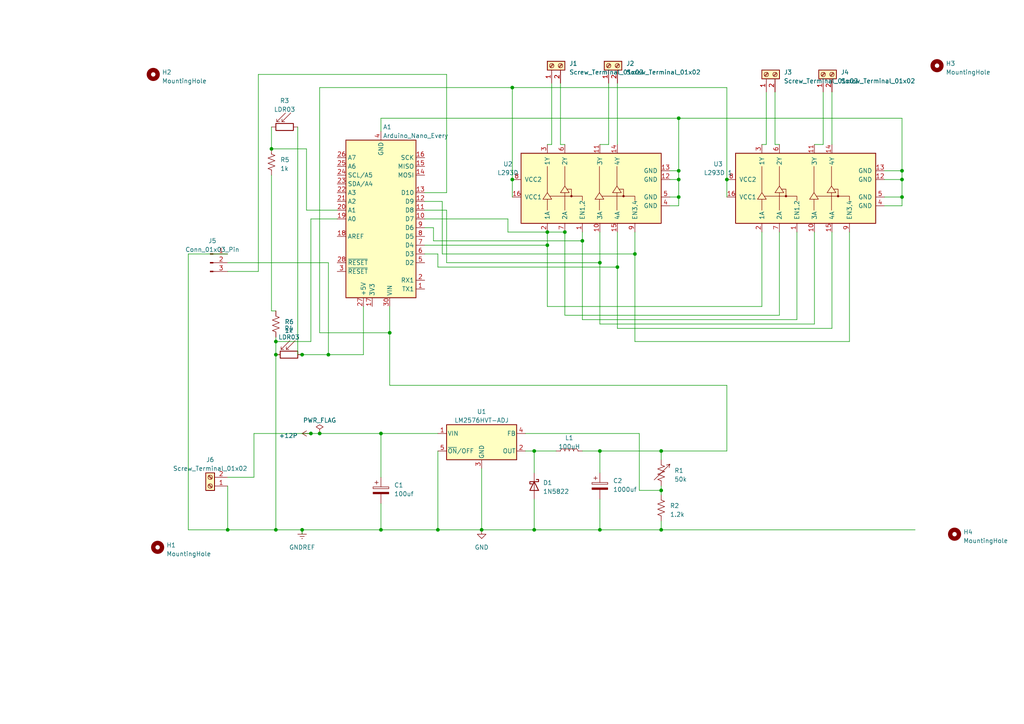
<source format=kicad_sch>
(kicad_sch (version 20230121) (generator eeschema)

  (uuid b0fdd0d1-57eb-4dd0-937e-130f2cd120c0)

  (paper "A4")

  (title_block
    (title "Designing for Light sensitive car by Mahaveer jeengar")
    (comment 4 "Creator : Mahaveer")
  )

  (lib_symbols
    (symbol "Connector:Conn_01x03_Pin" (pin_names (offset 1.016) hide) (in_bom yes) (on_board yes)
      (property "Reference" "J" (at 0 5.08 0)
        (effects (font (size 1.27 1.27)))
      )
      (property "Value" "Conn_01x03_Pin" (at 0 -5.08 0)
        (effects (font (size 1.27 1.27)))
      )
      (property "Footprint" "" (at 0 0 0)
        (effects (font (size 1.27 1.27)) hide)
      )
      (property "Datasheet" "~" (at 0 0 0)
        (effects (font (size 1.27 1.27)) hide)
      )
      (property "ki_locked" "" (at 0 0 0)
        (effects (font (size 1.27 1.27)))
      )
      (property "ki_keywords" "connector" (at 0 0 0)
        (effects (font (size 1.27 1.27)) hide)
      )
      (property "ki_description" "Generic connector, single row, 01x03, script generated" (at 0 0 0)
        (effects (font (size 1.27 1.27)) hide)
      )
      (property "ki_fp_filters" "Connector*:*_1x??_*" (at 0 0 0)
        (effects (font (size 1.27 1.27)) hide)
      )
      (symbol "Conn_01x03_Pin_1_1"
        (polyline
          (pts
            (xy 1.27 -2.54)
            (xy 0.8636 -2.54)
          )
          (stroke (width 0.1524) (type default))
          (fill (type none))
        )
        (polyline
          (pts
            (xy 1.27 0)
            (xy 0.8636 0)
          )
          (stroke (width 0.1524) (type default))
          (fill (type none))
        )
        (polyline
          (pts
            (xy 1.27 2.54)
            (xy 0.8636 2.54)
          )
          (stroke (width 0.1524) (type default))
          (fill (type none))
        )
        (rectangle (start 0.8636 -2.413) (end 0 -2.667)
          (stroke (width 0.1524) (type default))
          (fill (type outline))
        )
        (rectangle (start 0.8636 0.127) (end 0 -0.127)
          (stroke (width 0.1524) (type default))
          (fill (type outline))
        )
        (rectangle (start 0.8636 2.667) (end 0 2.413)
          (stroke (width 0.1524) (type default))
          (fill (type outline))
        )
        (pin passive line (at 5.08 2.54 180) (length 3.81)
          (name "Pin_1" (effects (font (size 1.27 1.27))))
          (number "1" (effects (font (size 1.27 1.27))))
        )
        (pin passive line (at 5.08 0 180) (length 3.81)
          (name "Pin_2" (effects (font (size 1.27 1.27))))
          (number "2" (effects (font (size 1.27 1.27))))
        )
        (pin passive line (at 5.08 -2.54 180) (length 3.81)
          (name "Pin_3" (effects (font (size 1.27 1.27))))
          (number "3" (effects (font (size 1.27 1.27))))
        )
      )
    )
    (symbol "Connector:Screw_Terminal_01x02" (pin_names (offset 1.016) hide) (in_bom yes) (on_board yes)
      (property "Reference" "J" (at 0 2.54 0)
        (effects (font (size 1.27 1.27)))
      )
      (property "Value" "Screw_Terminal_01x02" (at 0 -5.08 0)
        (effects (font (size 1.27 1.27)))
      )
      (property "Footprint" "" (at 0 0 0)
        (effects (font (size 1.27 1.27)) hide)
      )
      (property "Datasheet" "~" (at 0 0 0)
        (effects (font (size 1.27 1.27)) hide)
      )
      (property "ki_keywords" "screw terminal" (at 0 0 0)
        (effects (font (size 1.27 1.27)) hide)
      )
      (property "ki_description" "Generic screw terminal, single row, 01x02, script generated (kicad-library-utils/schlib/autogen/connector/)" (at 0 0 0)
        (effects (font (size 1.27 1.27)) hide)
      )
      (property "ki_fp_filters" "TerminalBlock*:*" (at 0 0 0)
        (effects (font (size 1.27 1.27)) hide)
      )
      (symbol "Screw_Terminal_01x02_1_1"
        (rectangle (start -1.27 1.27) (end 1.27 -3.81)
          (stroke (width 0.254) (type default))
          (fill (type background))
        )
        (circle (center 0 -2.54) (radius 0.635)
          (stroke (width 0.1524) (type default))
          (fill (type none))
        )
        (polyline
          (pts
            (xy -0.5334 -2.2098)
            (xy 0.3302 -3.048)
          )
          (stroke (width 0.1524) (type default))
          (fill (type none))
        )
        (polyline
          (pts
            (xy -0.5334 0.3302)
            (xy 0.3302 -0.508)
          )
          (stroke (width 0.1524) (type default))
          (fill (type none))
        )
        (polyline
          (pts
            (xy -0.3556 -2.032)
            (xy 0.508 -2.8702)
          )
          (stroke (width 0.1524) (type default))
          (fill (type none))
        )
        (polyline
          (pts
            (xy -0.3556 0.508)
            (xy 0.508 -0.3302)
          )
          (stroke (width 0.1524) (type default))
          (fill (type none))
        )
        (circle (center 0 0) (radius 0.635)
          (stroke (width 0.1524) (type default))
          (fill (type none))
        )
        (pin passive line (at -5.08 0 0) (length 3.81)
          (name "Pin_1" (effects (font (size 1.27 1.27))))
          (number "1" (effects (font (size 1.27 1.27))))
        )
        (pin passive line (at -5.08 -2.54 0) (length 3.81)
          (name "Pin_2" (effects (font (size 1.27 1.27))))
          (number "2" (effects (font (size 1.27 1.27))))
        )
      )
    )
    (symbol "Device:C_Polarized" (pin_numbers hide) (pin_names (offset 0.254)) (in_bom yes) (on_board yes)
      (property "Reference" "C" (at 0.635 2.54 0)
        (effects (font (size 1.27 1.27)) (justify left))
      )
      (property "Value" "C_Polarized" (at 0.635 -2.54 0)
        (effects (font (size 1.27 1.27)) (justify left))
      )
      (property "Footprint" "" (at 0.9652 -3.81 0)
        (effects (font (size 1.27 1.27)) hide)
      )
      (property "Datasheet" "~" (at 0 0 0)
        (effects (font (size 1.27 1.27)) hide)
      )
      (property "ki_keywords" "cap capacitor" (at 0 0 0)
        (effects (font (size 1.27 1.27)) hide)
      )
      (property "ki_description" "Polarized capacitor" (at 0 0 0)
        (effects (font (size 1.27 1.27)) hide)
      )
      (property "ki_fp_filters" "CP_*" (at 0 0 0)
        (effects (font (size 1.27 1.27)) hide)
      )
      (symbol "C_Polarized_0_1"
        (rectangle (start -2.286 0.508) (end 2.286 1.016)
          (stroke (width 0) (type default))
          (fill (type none))
        )
        (polyline
          (pts
            (xy -1.778 2.286)
            (xy -0.762 2.286)
          )
          (stroke (width 0) (type default))
          (fill (type none))
        )
        (polyline
          (pts
            (xy -1.27 2.794)
            (xy -1.27 1.778)
          )
          (stroke (width 0) (type default))
          (fill (type none))
        )
        (rectangle (start 2.286 -0.508) (end -2.286 -1.016)
          (stroke (width 0) (type default))
          (fill (type outline))
        )
      )
      (symbol "C_Polarized_1_1"
        (pin passive line (at 0 3.81 270) (length 2.794)
          (name "~" (effects (font (size 1.27 1.27))))
          (number "1" (effects (font (size 1.27 1.27))))
        )
        (pin passive line (at 0 -3.81 90) (length 2.794)
          (name "~" (effects (font (size 1.27 1.27))))
          (number "2" (effects (font (size 1.27 1.27))))
        )
      )
    )
    (symbol "Device:L" (pin_numbers hide) (pin_names (offset 1.016) hide) (in_bom yes) (on_board yes)
      (property "Reference" "L" (at -1.27 0 90)
        (effects (font (size 1.27 1.27)))
      )
      (property "Value" "L" (at 1.905 0 90)
        (effects (font (size 1.27 1.27)))
      )
      (property "Footprint" "" (at 0 0 0)
        (effects (font (size 1.27 1.27)) hide)
      )
      (property "Datasheet" "~" (at 0 0 0)
        (effects (font (size 1.27 1.27)) hide)
      )
      (property "ki_keywords" "inductor choke coil reactor magnetic" (at 0 0 0)
        (effects (font (size 1.27 1.27)) hide)
      )
      (property "ki_description" "Inductor" (at 0 0 0)
        (effects (font (size 1.27 1.27)) hide)
      )
      (property "ki_fp_filters" "Choke_* *Coil* Inductor_* L_*" (at 0 0 0)
        (effects (font (size 1.27 1.27)) hide)
      )
      (symbol "L_0_1"
        (arc (start 0 -2.54) (mid 0.6323 -1.905) (end 0 -1.27)
          (stroke (width 0) (type default))
          (fill (type none))
        )
        (arc (start 0 -1.27) (mid 0.6323 -0.635) (end 0 0)
          (stroke (width 0) (type default))
          (fill (type none))
        )
        (arc (start 0 0) (mid 0.6323 0.635) (end 0 1.27)
          (stroke (width 0) (type default))
          (fill (type none))
        )
        (arc (start 0 1.27) (mid 0.6323 1.905) (end 0 2.54)
          (stroke (width 0) (type default))
          (fill (type none))
        )
      )
      (symbol "L_1_1"
        (pin passive line (at 0 3.81 270) (length 1.27)
          (name "1" (effects (font (size 1.27 1.27))))
          (number "1" (effects (font (size 1.27 1.27))))
        )
        (pin passive line (at 0 -3.81 90) (length 1.27)
          (name "2" (effects (font (size 1.27 1.27))))
          (number "2" (effects (font (size 1.27 1.27))))
        )
      )
    )
    (symbol "Device:R_US" (pin_numbers hide) (pin_names (offset 0)) (in_bom yes) (on_board yes)
      (property "Reference" "R" (at 2.54 0 90)
        (effects (font (size 1.27 1.27)))
      )
      (property "Value" "R_US" (at -2.54 0 90)
        (effects (font (size 1.27 1.27)))
      )
      (property "Footprint" "" (at 1.016 -0.254 90)
        (effects (font (size 1.27 1.27)) hide)
      )
      (property "Datasheet" "~" (at 0 0 0)
        (effects (font (size 1.27 1.27)) hide)
      )
      (property "ki_keywords" "R res resistor" (at 0 0 0)
        (effects (font (size 1.27 1.27)) hide)
      )
      (property "ki_description" "Resistor, US symbol" (at 0 0 0)
        (effects (font (size 1.27 1.27)) hide)
      )
      (property "ki_fp_filters" "R_*" (at 0 0 0)
        (effects (font (size 1.27 1.27)) hide)
      )
      (symbol "R_US_0_1"
        (polyline
          (pts
            (xy 0 -2.286)
            (xy 0 -2.54)
          )
          (stroke (width 0) (type default))
          (fill (type none))
        )
        (polyline
          (pts
            (xy 0 2.286)
            (xy 0 2.54)
          )
          (stroke (width 0) (type default))
          (fill (type none))
        )
        (polyline
          (pts
            (xy 0 -0.762)
            (xy 1.016 -1.143)
            (xy 0 -1.524)
            (xy -1.016 -1.905)
            (xy 0 -2.286)
          )
          (stroke (width 0) (type default))
          (fill (type none))
        )
        (polyline
          (pts
            (xy 0 0.762)
            (xy 1.016 0.381)
            (xy 0 0)
            (xy -1.016 -0.381)
            (xy 0 -0.762)
          )
          (stroke (width 0) (type default))
          (fill (type none))
        )
        (polyline
          (pts
            (xy 0 2.286)
            (xy 1.016 1.905)
            (xy 0 1.524)
            (xy -1.016 1.143)
            (xy 0 0.762)
          )
          (stroke (width 0) (type default))
          (fill (type none))
        )
      )
      (symbol "R_US_1_1"
        (pin passive line (at 0 3.81 270) (length 1.27)
          (name "~" (effects (font (size 1.27 1.27))))
          (number "1" (effects (font (size 1.27 1.27))))
        )
        (pin passive line (at 0 -3.81 90) (length 1.27)
          (name "~" (effects (font (size 1.27 1.27))))
          (number "2" (effects (font (size 1.27 1.27))))
        )
      )
    )
    (symbol "Device:R_Variable_US" (pin_numbers hide) (pin_names (offset 0)) (in_bom yes) (on_board yes)
      (property "Reference" "R" (at 2.54 -2.54 90)
        (effects (font (size 1.27 1.27)) (justify left))
      )
      (property "Value" "R_Variable_US" (at -2.54 -1.27 90)
        (effects (font (size 1.27 1.27)) (justify left))
      )
      (property "Footprint" "" (at -1.778 0 90)
        (effects (font (size 1.27 1.27)) hide)
      )
      (property "Datasheet" "~" (at 0 0 0)
        (effects (font (size 1.27 1.27)) hide)
      )
      (property "ki_keywords" "R res resistor variable potentiometer rheostat" (at 0 0 0)
        (effects (font (size 1.27 1.27)) hide)
      )
      (property "ki_description" "Variable resistor, US symbol" (at 0 0 0)
        (effects (font (size 1.27 1.27)) hide)
      )
      (property "ki_fp_filters" "R_*" (at 0 0 0)
        (effects (font (size 1.27 1.27)) hide)
      )
      (symbol "R_Variable_US_0_1"
        (polyline
          (pts
            (xy 0 -2.286)
            (xy 0 -2.54)
          )
          (stroke (width 0) (type default))
          (fill (type none))
        )
        (polyline
          (pts
            (xy 0 2.286)
            (xy 0 2.54)
          )
          (stroke (width 0) (type default))
          (fill (type none))
        )
        (polyline
          (pts
            (xy 0 -0.762)
            (xy 1.016 -1.143)
            (xy 0 -1.524)
            (xy -1.016 -1.905)
            (xy 0 -2.286)
          )
          (stroke (width 0) (type default))
          (fill (type none))
        )
        (polyline
          (pts
            (xy 0 0.762)
            (xy 1.016 0.381)
            (xy 0 0)
            (xy -1.016 -0.381)
            (xy 0 -0.762)
          )
          (stroke (width 0) (type default))
          (fill (type none))
        )
        (polyline
          (pts
            (xy 0 2.286)
            (xy 1.016 1.905)
            (xy 0 1.524)
            (xy -1.016 1.143)
            (xy 0 0.762)
          )
          (stroke (width 0.1524) (type default))
          (fill (type none))
        )
        (polyline
          (pts
            (xy 2.286 1.524)
            (xy 2.54 2.54)
            (xy 1.524 2.286)
            (xy 2.54 2.54)
            (xy -2.032 -2.032)
          )
          (stroke (width 0.1524) (type default))
          (fill (type none))
        )
      )
      (symbol "R_Variable_US_1_1"
        (pin passive line (at 0 3.81 270) (length 1.27)
          (name "~" (effects (font (size 1.27 1.27))))
          (number "1" (effects (font (size 1.27 1.27))))
        )
        (pin passive line (at 0 -3.81 90) (length 1.27)
          (name "~" (effects (font (size 1.27 1.27))))
          (number "2" (effects (font (size 1.27 1.27))))
        )
      )
    )
    (symbol "Diode:1N5822" (pin_numbers hide) (pin_names (offset 1.016) hide) (in_bom yes) (on_board yes)
      (property "Reference" "D" (at 0 2.54 0)
        (effects (font (size 1.27 1.27)))
      )
      (property "Value" "1N5822" (at 0 -2.54 0)
        (effects (font (size 1.27 1.27)))
      )
      (property "Footprint" "Diode_THT:D_DO-201AD_P15.24mm_Horizontal" (at 0 -4.445 0)
        (effects (font (size 1.27 1.27)) hide)
      )
      (property "Datasheet" "http://www.vishay.com/docs/88526/1n5820.pdf" (at 0 0 0)
        (effects (font (size 1.27 1.27)) hide)
      )
      (property "ki_keywords" "diode Schottky" (at 0 0 0)
        (effects (font (size 1.27 1.27)) hide)
      )
      (property "ki_description" "40V 3A Schottky Barrier Rectifier Diode, DO-201AD" (at 0 0 0)
        (effects (font (size 1.27 1.27)) hide)
      )
      (property "ki_fp_filters" "D*DO?201AD*" (at 0 0 0)
        (effects (font (size 1.27 1.27)) hide)
      )
      (symbol "1N5822_0_1"
        (polyline
          (pts
            (xy 1.27 0)
            (xy -1.27 0)
          )
          (stroke (width 0) (type default))
          (fill (type none))
        )
        (polyline
          (pts
            (xy 1.27 1.27)
            (xy 1.27 -1.27)
            (xy -1.27 0)
            (xy 1.27 1.27)
          )
          (stroke (width 0.254) (type default))
          (fill (type none))
        )
        (polyline
          (pts
            (xy -1.905 0.635)
            (xy -1.905 1.27)
            (xy -1.27 1.27)
            (xy -1.27 -1.27)
            (xy -0.635 -1.27)
            (xy -0.635 -0.635)
          )
          (stroke (width 0.254) (type default))
          (fill (type none))
        )
      )
      (symbol "1N5822_1_1"
        (pin passive line (at -3.81 0 0) (length 2.54)
          (name "K" (effects (font (size 1.27 1.27))))
          (number "1" (effects (font (size 1.27 1.27))))
        )
        (pin passive line (at 3.81 0 180) (length 2.54)
          (name "A" (effects (font (size 1.27 1.27))))
          (number "2" (effects (font (size 1.27 1.27))))
        )
      )
    )
    (symbol "Driver_Motor:L293D" (pin_names (offset 1.016)) (in_bom yes) (on_board yes)
      (property "Reference" "U" (at -5.08 26.035 0)
        (effects (font (size 1.27 1.27)) (justify right))
      )
      (property "Value" "L293D" (at -5.08 24.13 0)
        (effects (font (size 1.27 1.27)) (justify right))
      )
      (property "Footprint" "Package_DIP:DIP-16_W7.62mm" (at 6.35 -19.05 0)
        (effects (font (size 1.27 1.27)) (justify left) hide)
      )
      (property "Datasheet" "http://www.ti.com/lit/ds/symlink/l293.pdf" (at -7.62 17.78 0)
        (effects (font (size 1.27 1.27)) hide)
      )
      (property "ki_keywords" "Half-H Driver Motor" (at 0 0 0)
        (effects (font (size 1.27 1.27)) hide)
      )
      (property "ki_description" "Quadruple Half-H Drivers" (at 0 0 0)
        (effects (font (size 1.27 1.27)) hide)
      )
      (property "ki_fp_filters" "DIP*W7.62mm*" (at 0 0 0)
        (effects (font (size 1.27 1.27)) hide)
      )
      (symbol "L293D_0_1"
        (rectangle (start -10.16 22.86) (end 10.16 -17.78)
          (stroke (width 0.254) (type default))
          (fill (type background))
        )
        (circle (center -2.286 -6.858) (radius 0.254)
          (stroke (width 0) (type default))
          (fill (type outline))
        )
        (circle (center -2.286 8.255) (radius 0.254)
          (stroke (width 0) (type default))
          (fill (type outline))
        )
        (polyline
          (pts
            (xy -6.35 -4.953)
            (xy -1.27 -4.953)
          )
          (stroke (width 0) (type default))
          (fill (type none))
        )
        (polyline
          (pts
            (xy -6.35 0.127)
            (xy -3.175 0.127)
          )
          (stroke (width 0) (type default))
          (fill (type none))
        )
        (polyline
          (pts
            (xy -6.35 10.16)
            (xy -1.27 10.16)
          )
          (stroke (width 0) (type default))
          (fill (type none))
        )
        (polyline
          (pts
            (xy -6.35 15.24)
            (xy -3.175 15.24)
          )
          (stroke (width 0) (type default))
          (fill (type none))
        )
        (polyline
          (pts
            (xy -1.27 0.127)
            (xy 6.35 0.127)
          )
          (stroke (width 0) (type default))
          (fill (type none))
        )
        (polyline
          (pts
            (xy -1.27 15.24)
            (xy 6.35 15.24)
          )
          (stroke (width 0) (type default))
          (fill (type none))
        )
        (polyline
          (pts
            (xy 0.635 -4.953)
            (xy 6.35 -4.953)
          )
          (stroke (width 0) (type default))
          (fill (type none))
        )
        (polyline
          (pts
            (xy 0.635 10.16)
            (xy 6.35 10.16)
          )
          (stroke (width 0) (type default))
          (fill (type none))
        )
        (polyline
          (pts
            (xy -2.286 -6.858)
            (xy -0.254 -6.858)
            (xy -0.254 -5.588)
          )
          (stroke (width 0) (type default))
          (fill (type none))
        )
        (polyline
          (pts
            (xy -2.286 -0.635)
            (xy -2.286 -10.16)
            (xy -3.556 -10.16)
          )
          (stroke (width 0) (type default))
          (fill (type none))
        )
        (polyline
          (pts
            (xy -2.286 8.255)
            (xy -0.254 8.255)
            (xy -0.254 9.525)
          )
          (stroke (width 0) (type default))
          (fill (type none))
        )
        (polyline
          (pts
            (xy -2.286 14.478)
            (xy -2.286 5.08)
            (xy -3.556 5.08)
          )
          (stroke (width 0) (type default))
          (fill (type none))
        )
        (polyline
          (pts
            (xy -3.175 1.397)
            (xy -3.175 -1.143)
            (xy -1.27 0.127)
            (xy -3.175 1.397)
          )
          (stroke (width 0) (type default))
          (fill (type none))
        )
        (polyline
          (pts
            (xy -3.175 16.51)
            (xy -3.175 13.97)
            (xy -1.27 15.24)
            (xy -3.175 16.51)
          )
          (stroke (width 0) (type default))
          (fill (type none))
        )
        (polyline
          (pts
            (xy -1.27 -3.683)
            (xy -1.27 -6.223)
            (xy 0.635 -4.953)
            (xy -1.27 -3.683)
          )
          (stroke (width 0) (type default))
          (fill (type none))
        )
        (polyline
          (pts
            (xy -1.27 11.43)
            (xy -1.27 8.89)
            (xy 0.635 10.16)
            (xy -1.27 11.43)
          )
          (stroke (width 0) (type default))
          (fill (type none))
        )
      )
      (symbol "L293D_1_1"
        (pin input line (at -12.7 5.08 0) (length 2.54)
          (name "EN1,2" (effects (font (size 1.27 1.27))))
          (number "1" (effects (font (size 1.27 1.27))))
        )
        (pin input line (at -12.7 0 0) (length 2.54)
          (name "3A" (effects (font (size 1.27 1.27))))
          (number "10" (effects (font (size 1.27 1.27))))
        )
        (pin output line (at 12.7 0 180) (length 2.54)
          (name "3Y" (effects (font (size 1.27 1.27))))
          (number "11" (effects (font (size 1.27 1.27))))
        )
        (pin power_in line (at 2.54 -20.32 90) (length 2.54)
          (name "GND" (effects (font (size 1.27 1.27))))
          (number "12" (effects (font (size 1.27 1.27))))
        )
        (pin power_in line (at 5.08 -20.32 90) (length 2.54)
          (name "GND" (effects (font (size 1.27 1.27))))
          (number "13" (effects (font (size 1.27 1.27))))
        )
        (pin output line (at 12.7 -5.08 180) (length 2.54)
          (name "4Y" (effects (font (size 1.27 1.27))))
          (number "14" (effects (font (size 1.27 1.27))))
        )
        (pin input line (at -12.7 -5.08 0) (length 2.54)
          (name "4A" (effects (font (size 1.27 1.27))))
          (number "15" (effects (font (size 1.27 1.27))))
        )
        (pin power_in line (at -2.54 25.4 270) (length 2.54)
          (name "VCC1" (effects (font (size 1.27 1.27))))
          (number "16" (effects (font (size 1.27 1.27))))
        )
        (pin input line (at -12.7 15.24 0) (length 2.54)
          (name "1A" (effects (font (size 1.27 1.27))))
          (number "2" (effects (font (size 1.27 1.27))))
        )
        (pin output line (at 12.7 15.24 180) (length 2.54)
          (name "1Y" (effects (font (size 1.27 1.27))))
          (number "3" (effects (font (size 1.27 1.27))))
        )
        (pin power_in line (at -5.08 -20.32 90) (length 2.54)
          (name "GND" (effects (font (size 1.27 1.27))))
          (number "4" (effects (font (size 1.27 1.27))))
        )
        (pin power_in line (at -2.54 -20.32 90) (length 2.54)
          (name "GND" (effects (font (size 1.27 1.27))))
          (number "5" (effects (font (size 1.27 1.27))))
        )
        (pin output line (at 12.7 10.16 180) (length 2.54)
          (name "2Y" (effects (font (size 1.27 1.27))))
          (number "6" (effects (font (size 1.27 1.27))))
        )
        (pin input line (at -12.7 10.16 0) (length 2.54)
          (name "2A" (effects (font (size 1.27 1.27))))
          (number "7" (effects (font (size 1.27 1.27))))
        )
        (pin power_in line (at 2.54 25.4 270) (length 2.54)
          (name "VCC2" (effects (font (size 1.27 1.27))))
          (number "8" (effects (font (size 1.27 1.27))))
        )
        (pin input line (at -12.7 -10.16 0) (length 2.54)
          (name "EN3,4" (effects (font (size 1.27 1.27))))
          (number "9" (effects (font (size 1.27 1.27))))
        )
      )
    )
    (symbol "MCU_Module:Arduino_Nano_Every" (in_bom yes) (on_board yes)
      (property "Reference" "A" (at -10.16 23.495 0)
        (effects (font (size 1.27 1.27)) (justify left bottom))
      )
      (property "Value" "Arduino_Nano_Every" (at 5.08 -24.13 0)
        (effects (font (size 1.27 1.27)) (justify left top))
      )
      (property "Footprint" "Module:Arduino_Nano" (at 0 0 0)
        (effects (font (size 1.27 1.27) italic) hide)
      )
      (property "Datasheet" "https://content.arduino.cc/assets/NANOEveryV3.0_sch.pdf" (at 0 0 0)
        (effects (font (size 1.27 1.27)) hide)
      )
      (property "ki_keywords" "Arduino nano microcontroller module USB UPDI AATMega4809 AVR" (at 0 0 0)
        (effects (font (size 1.27 1.27)) hide)
      )
      (property "ki_description" "Arduino Nano Every" (at 0 0 0)
        (effects (font (size 1.27 1.27)) hide)
      )
      (property "ki_fp_filters" "Arduino*Nano*" (at 0 0 0)
        (effects (font (size 1.27 1.27)) hide)
      )
      (symbol "Arduino_Nano_Every_0_1"
        (rectangle (start -10.16 22.86) (end 10.16 -22.86)
          (stroke (width 0.254) (type default))
          (fill (type background))
        )
      )
      (symbol "Arduino_Nano_Every_1_1"
        (pin bidirectional line (at -12.7 20.32 0) (length 2.54)
          (name "TX1" (effects (font (size 1.27 1.27))))
          (number "1" (effects (font (size 1.27 1.27))))
        )
        (pin bidirectional line (at -12.7 0 0) (length 2.54)
          (name "D7" (effects (font (size 1.27 1.27))))
          (number "10" (effects (font (size 1.27 1.27))))
        )
        (pin bidirectional line (at -12.7 -2.54 0) (length 2.54)
          (name "D8" (effects (font (size 1.27 1.27))))
          (number "11" (effects (font (size 1.27 1.27))))
        )
        (pin bidirectional line (at -12.7 -5.08 0) (length 2.54)
          (name "D9" (effects (font (size 1.27 1.27))))
          (number "12" (effects (font (size 1.27 1.27))))
        )
        (pin bidirectional line (at -12.7 -7.62 0) (length 2.54)
          (name "D10" (effects (font (size 1.27 1.27))))
          (number "13" (effects (font (size 1.27 1.27))))
        )
        (pin bidirectional line (at -12.7 -12.7 0) (length 2.54)
          (name "MOSI" (effects (font (size 1.27 1.27))))
          (number "14" (effects (font (size 1.27 1.27))))
        )
        (pin bidirectional line (at -12.7 -15.24 0) (length 2.54)
          (name "MISO" (effects (font (size 1.27 1.27))))
          (number "15" (effects (font (size 1.27 1.27))))
        )
        (pin bidirectional line (at -12.7 -17.78 0) (length 2.54)
          (name "SCK" (effects (font (size 1.27 1.27))))
          (number "16" (effects (font (size 1.27 1.27))))
        )
        (pin power_out line (at 2.54 25.4 270) (length 2.54)
          (name "3V3" (effects (font (size 1.27 1.27))))
          (number "17" (effects (font (size 1.27 1.27))))
        )
        (pin input line (at 12.7 5.08 180) (length 2.54)
          (name "AREF" (effects (font (size 1.27 1.27))))
          (number "18" (effects (font (size 1.27 1.27))))
        )
        (pin bidirectional line (at 12.7 0 180) (length 2.54)
          (name "A0" (effects (font (size 1.27 1.27))))
          (number "19" (effects (font (size 1.27 1.27))))
        )
        (pin bidirectional line (at -12.7 17.78 0) (length 2.54)
          (name "RX1" (effects (font (size 1.27 1.27))))
          (number "2" (effects (font (size 1.27 1.27))))
        )
        (pin bidirectional line (at 12.7 -2.54 180) (length 2.54)
          (name "A1" (effects (font (size 1.27 1.27))))
          (number "20" (effects (font (size 1.27 1.27))))
        )
        (pin bidirectional line (at 12.7 -5.08 180) (length 2.54)
          (name "A2" (effects (font (size 1.27 1.27))))
          (number "21" (effects (font (size 1.27 1.27))))
        )
        (pin bidirectional line (at 12.7 -7.62 180) (length 2.54)
          (name "A3" (effects (font (size 1.27 1.27))))
          (number "22" (effects (font (size 1.27 1.27))))
        )
        (pin bidirectional line (at 12.7 -10.16 180) (length 2.54)
          (name "SDA/A4" (effects (font (size 1.27 1.27))))
          (number "23" (effects (font (size 1.27 1.27))))
        )
        (pin bidirectional line (at 12.7 -12.7 180) (length 2.54)
          (name "SCL/A5" (effects (font (size 1.27 1.27))))
          (number "24" (effects (font (size 1.27 1.27))))
        )
        (pin bidirectional line (at 12.7 -15.24 180) (length 2.54)
          (name "A6" (effects (font (size 1.27 1.27))))
          (number "25" (effects (font (size 1.27 1.27))))
        )
        (pin bidirectional line (at 12.7 -17.78 180) (length 2.54)
          (name "A7" (effects (font (size 1.27 1.27))))
          (number "26" (effects (font (size 1.27 1.27))))
        )
        (pin power_out line (at 5.08 25.4 270) (length 2.54)
          (name "+5V" (effects (font (size 1.27 1.27))))
          (number "27" (effects (font (size 1.27 1.27))))
        )
        (pin input line (at 12.7 12.7 180) (length 2.54)
          (name "~{RESET}" (effects (font (size 1.27 1.27))))
          (number "28" (effects (font (size 1.27 1.27))))
        )
        (pin passive line (at 0 -25.4 90) (length 2.54) hide
          (name "GND" (effects (font (size 1.27 1.27))))
          (number "29" (effects (font (size 1.27 1.27))))
        )
        (pin input line (at 12.7 15.24 180) (length 2.54)
          (name "~{RESET}" (effects (font (size 1.27 1.27))))
          (number "3" (effects (font (size 1.27 1.27))))
        )
        (pin power_in line (at -2.54 25.4 270) (length 2.54)
          (name "VIN" (effects (font (size 1.27 1.27))))
          (number "30" (effects (font (size 1.27 1.27))))
        )
        (pin power_in line (at 0 -25.4 90) (length 2.54)
          (name "GND" (effects (font (size 1.27 1.27))))
          (number "4" (effects (font (size 1.27 1.27))))
        )
        (pin bidirectional line (at -12.7 12.7 0) (length 2.54)
          (name "D2" (effects (font (size 1.27 1.27))))
          (number "5" (effects (font (size 1.27 1.27))))
        )
        (pin bidirectional line (at -12.7 10.16 0) (length 2.54)
          (name "D3" (effects (font (size 1.27 1.27))))
          (number "6" (effects (font (size 1.27 1.27))))
        )
        (pin bidirectional line (at -12.7 7.62 0) (length 2.54)
          (name "D4" (effects (font (size 1.27 1.27))))
          (number "7" (effects (font (size 1.27 1.27))))
        )
        (pin bidirectional line (at -12.7 5.08 0) (length 2.54)
          (name "D5" (effects (font (size 1.27 1.27))))
          (number "8" (effects (font (size 1.27 1.27))))
        )
        (pin bidirectional line (at -12.7 2.54 0) (length 2.54)
          (name "D6" (effects (font (size 1.27 1.27))))
          (number "9" (effects (font (size 1.27 1.27))))
        )
      )
    )
    (symbol "Mechanical:MountingHole" (pin_names (offset 1.016)) (in_bom yes) (on_board yes)
      (property "Reference" "H" (at 0 5.08 0)
        (effects (font (size 1.27 1.27)))
      )
      (property "Value" "MountingHole" (at 0 3.175 0)
        (effects (font (size 1.27 1.27)))
      )
      (property "Footprint" "" (at 0 0 0)
        (effects (font (size 1.27 1.27)) hide)
      )
      (property "Datasheet" "~" (at 0 0 0)
        (effects (font (size 1.27 1.27)) hide)
      )
      (property "ki_keywords" "mounting hole" (at 0 0 0)
        (effects (font (size 1.27 1.27)) hide)
      )
      (property "ki_description" "Mounting Hole without connection" (at 0 0 0)
        (effects (font (size 1.27 1.27)) hide)
      )
      (property "ki_fp_filters" "MountingHole*" (at 0 0 0)
        (effects (font (size 1.27 1.27)) hide)
      )
      (symbol "MountingHole_0_1"
        (circle (center 0 0) (radius 1.27)
          (stroke (width 1.27) (type default))
          (fill (type none))
        )
      )
    )
    (symbol "Regulator_Switching:LM2576HVT-ADJ" (pin_names (offset 0.254)) (in_bom yes) (on_board yes)
      (property "Reference" "U" (at -10.16 6.35 0)
        (effects (font (size 1.27 1.27)) (justify left))
      )
      (property "Value" "LM2576HVT-ADJ" (at 0 6.35 0)
        (effects (font (size 1.27 1.27)) (justify left))
      )
      (property "Footprint" "Package_TO_SOT_THT:TO-220-5_Vertical" (at 0 -6.35 0)
        (effects (font (size 1.27 1.27) italic) (justify left) hide)
      )
      (property "Datasheet" "http://www.ti.com/lit/ds/symlink/lm2576.pdf" (at 0 0 0)
        (effects (font (size 1.27 1.27)) hide)
      )
      (property "ki_keywords" "Step-Down Voltage Regulator 3A Adjustable High Voltage" (at 0 0 0)
        (effects (font (size 1.27 1.27)) hide)
      )
      (property "ki_description" "Adjustable Output Voltage, 3A SIMPLE SWITCHER® Step-Down Voltage Regulator, High Voltage Input, TO-220-5" (at 0 0 0)
        (effects (font (size 1.27 1.27)) hide)
      )
      (property "ki_fp_filters" "TO?220*" (at 0 0 0)
        (effects (font (size 1.27 1.27)) hide)
      )
      (symbol "LM2576HVT-ADJ_0_1"
        (rectangle (start -10.16 5.08) (end 10.16 -5.08)
          (stroke (width 0.254) (type default))
          (fill (type background))
        )
      )
      (symbol "LM2576HVT-ADJ_1_1"
        (pin power_in line (at -12.7 2.54 0) (length 2.54)
          (name "VIN" (effects (font (size 1.27 1.27))))
          (number "1" (effects (font (size 1.27 1.27))))
        )
        (pin output line (at 12.7 -2.54 180) (length 2.54)
          (name "OUT" (effects (font (size 1.27 1.27))))
          (number "2" (effects (font (size 1.27 1.27))))
        )
        (pin power_in line (at 0 -7.62 90) (length 2.54)
          (name "GND" (effects (font (size 1.27 1.27))))
          (number "3" (effects (font (size 1.27 1.27))))
        )
        (pin input line (at 12.7 2.54 180) (length 2.54)
          (name "FB" (effects (font (size 1.27 1.27))))
          (number "4" (effects (font (size 1.27 1.27))))
        )
        (pin input line (at -12.7 -2.54 0) (length 2.54)
          (name "~{ON}/OFF" (effects (font (size 1.27 1.27))))
          (number "5" (effects (font (size 1.27 1.27))))
        )
      )
    )
    (symbol "Sensor_Optical:LDR03" (pin_numbers hide) (pin_names (offset 0)) (in_bom yes) (on_board yes)
      (property "Reference" "R" (at -5.08 0 90)
        (effects (font (size 1.27 1.27)))
      )
      (property "Value" "LDR03" (at 1.905 0 90)
        (effects (font (size 1.27 1.27)) (justify top))
      )
      (property "Footprint" "OptoDevice:R_LDR_10x8.5mm_P7.6mm_Vertical" (at 4.445 0 90)
        (effects (font (size 1.27 1.27)) hide)
      )
      (property "Datasheet" "http://www.elektronica-componenten.nl/WebRoot/StoreNL/Shops/61422969/54F1/BA0C/C664/31B9/2173/C0A8/2AB9/2AEF/LDR03IMP.pdf" (at 0 -1.27 0)
        (effects (font (size 1.27 1.27)) hide)
      )
      (property "ki_keywords" "light dependent photo resistor LDR" (at 0 0 0)
        (effects (font (size 1.27 1.27)) hide)
      )
      (property "ki_description" "light dependent resistor" (at 0 0 0)
        (effects (font (size 1.27 1.27)) hide)
      )
      (property "ki_fp_filters" "R*LDR*10x8.5mm*P7.6mm*" (at 0 0 0)
        (effects (font (size 1.27 1.27)) hide)
      )
      (symbol "LDR03_0_1"
        (rectangle (start -1.016 2.54) (end 1.016 -2.54)
          (stroke (width 0.254) (type default))
          (fill (type none))
        )
        (polyline
          (pts
            (xy -1.524 -2.286)
            (xy -4.064 0.254)
          )
          (stroke (width 0) (type default))
          (fill (type none))
        )
        (polyline
          (pts
            (xy -1.524 -2.286)
            (xy -2.286 -2.286)
          )
          (stroke (width 0) (type default))
          (fill (type none))
        )
        (polyline
          (pts
            (xy -1.524 -2.286)
            (xy -1.524 -1.524)
          )
          (stroke (width 0) (type default))
          (fill (type none))
        )
        (polyline
          (pts
            (xy -1.524 -0.762)
            (xy -4.064 1.778)
          )
          (stroke (width 0) (type default))
          (fill (type none))
        )
        (polyline
          (pts
            (xy -1.524 -0.762)
            (xy -2.286 -0.762)
          )
          (stroke (width 0) (type default))
          (fill (type none))
        )
        (polyline
          (pts
            (xy -1.524 -0.762)
            (xy -1.524 0)
          )
          (stroke (width 0) (type default))
          (fill (type none))
        )
      )
      (symbol "LDR03_1_1"
        (pin passive line (at 0 3.81 270) (length 1.27)
          (name "~" (effects (font (size 1.27 1.27))))
          (number "1" (effects (font (size 1.27 1.27))))
        )
        (pin passive line (at 0 -3.81 90) (length 1.27)
          (name "~" (effects (font (size 1.27 1.27))))
          (number "2" (effects (font (size 1.27 1.27))))
        )
      )
    )
    (symbol "power:+12P" (power) (pin_names (offset 0)) (in_bom yes) (on_board yes)
      (property "Reference" "#PWR" (at 0 -3.81 0)
        (effects (font (size 1.27 1.27)) hide)
      )
      (property "Value" "+12P" (at 0 3.556 0)
        (effects (font (size 1.27 1.27)))
      )
      (property "Footprint" "" (at 0 0 0)
        (effects (font (size 1.27 1.27)) hide)
      )
      (property "Datasheet" "" (at 0 0 0)
        (effects (font (size 1.27 1.27)) hide)
      )
      (property "ki_keywords" "global power" (at 0 0 0)
        (effects (font (size 1.27 1.27)) hide)
      )
      (property "ki_description" "Power symbol creates a global label with name \"+12P\"" (at 0 0 0)
        (effects (font (size 1.27 1.27)) hide)
      )
      (symbol "+12P_0_1"
        (polyline
          (pts
            (xy -0.762 1.27)
            (xy 0 2.54)
          )
          (stroke (width 0) (type default))
          (fill (type none))
        )
        (polyline
          (pts
            (xy 0 0)
            (xy 0 2.54)
          )
          (stroke (width 0) (type default))
          (fill (type none))
        )
        (polyline
          (pts
            (xy 0 2.54)
            (xy 0.762 1.27)
          )
          (stroke (width 0) (type default))
          (fill (type none))
        )
      )
      (symbol "+12P_1_1"
        (pin power_in line (at 0 0 90) (length 0) hide
          (name "+12P" (effects (font (size 1.27 1.27))))
          (number "1" (effects (font (size 1.27 1.27))))
        )
      )
    )
    (symbol "power:GND" (power) (pin_names (offset 0)) (in_bom yes) (on_board yes)
      (property "Reference" "#PWR" (at 0 -6.35 0)
        (effects (font (size 1.27 1.27)) hide)
      )
      (property "Value" "GND" (at 0 -3.81 0)
        (effects (font (size 1.27 1.27)))
      )
      (property "Footprint" "" (at 0 0 0)
        (effects (font (size 1.27 1.27)) hide)
      )
      (property "Datasheet" "" (at 0 0 0)
        (effects (font (size 1.27 1.27)) hide)
      )
      (property "ki_keywords" "global power" (at 0 0 0)
        (effects (font (size 1.27 1.27)) hide)
      )
      (property "ki_description" "Power symbol creates a global label with name \"GND\" , ground" (at 0 0 0)
        (effects (font (size 1.27 1.27)) hide)
      )
      (symbol "GND_0_1"
        (polyline
          (pts
            (xy 0 0)
            (xy 0 -1.27)
            (xy 1.27 -1.27)
            (xy 0 -2.54)
            (xy -1.27 -1.27)
            (xy 0 -1.27)
          )
          (stroke (width 0) (type default))
          (fill (type none))
        )
      )
      (symbol "GND_1_1"
        (pin power_in line (at 0 0 270) (length 0) hide
          (name "GND" (effects (font (size 1.27 1.27))))
          (number "1" (effects (font (size 1.27 1.27))))
        )
      )
    )
    (symbol "power:GNDREF" (power) (pin_names (offset 0)) (in_bom yes) (on_board yes)
      (property "Reference" "#PWR" (at 0 -6.35 0)
        (effects (font (size 1.27 1.27)) hide)
      )
      (property "Value" "GNDREF" (at 0 -3.81 0)
        (effects (font (size 1.27 1.27)))
      )
      (property "Footprint" "" (at 0 0 0)
        (effects (font (size 1.27 1.27)) hide)
      )
      (property "Datasheet" "" (at 0 0 0)
        (effects (font (size 1.27 1.27)) hide)
      )
      (property "ki_keywords" "global power" (at 0 0 0)
        (effects (font (size 1.27 1.27)) hide)
      )
      (property "ki_description" "Power symbol creates a global label with name \"GNDREF\" , reference supply ground" (at 0 0 0)
        (effects (font (size 1.27 1.27)) hide)
      )
      (symbol "GNDREF_0_1"
        (polyline
          (pts
            (xy -0.635 -1.905)
            (xy 0.635 -1.905)
          )
          (stroke (width 0) (type default))
          (fill (type none))
        )
        (polyline
          (pts
            (xy -0.127 -2.54)
            (xy 0.127 -2.54)
          )
          (stroke (width 0) (type default))
          (fill (type none))
        )
        (polyline
          (pts
            (xy 0 -1.27)
            (xy 0 0)
          )
          (stroke (width 0) (type default))
          (fill (type none))
        )
        (polyline
          (pts
            (xy 1.27 -1.27)
            (xy -1.27 -1.27)
          )
          (stroke (width 0) (type default))
          (fill (type none))
        )
      )
      (symbol "GNDREF_1_1"
        (pin power_in line (at 0 0 270) (length 0) hide
          (name "GNDREF" (effects (font (size 1.27 1.27))))
          (number "1" (effects (font (size 1.27 1.27))))
        )
      )
    )
    (symbol "power:PWR_FLAG" (power) (pin_numbers hide) (pin_names (offset 0) hide) (in_bom yes) (on_board yes)
      (property "Reference" "#FLG" (at 0 1.905 0)
        (effects (font (size 1.27 1.27)) hide)
      )
      (property "Value" "PWR_FLAG" (at 0 3.81 0)
        (effects (font (size 1.27 1.27)))
      )
      (property "Footprint" "" (at 0 0 0)
        (effects (font (size 1.27 1.27)) hide)
      )
      (property "Datasheet" "~" (at 0 0 0)
        (effects (font (size 1.27 1.27)) hide)
      )
      (property "ki_keywords" "flag power" (at 0 0 0)
        (effects (font (size 1.27 1.27)) hide)
      )
      (property "ki_description" "Special symbol for telling ERC where power comes from" (at 0 0 0)
        (effects (font (size 1.27 1.27)) hide)
      )
      (symbol "PWR_FLAG_0_0"
        (pin power_out line (at 0 0 90) (length 0)
          (name "pwr" (effects (font (size 1.27 1.27))))
          (number "1" (effects (font (size 1.27 1.27))))
        )
      )
      (symbol "PWR_FLAG_0_1"
        (polyline
          (pts
            (xy 0 0)
            (xy 0 1.27)
            (xy -1.016 1.905)
            (xy 0 2.54)
            (xy 1.016 1.905)
            (xy 0 1.27)
          )
          (stroke (width 0) (type default))
          (fill (type none))
        )
      )
    )
  )

  (junction (at 87.63 153.67) (diameter 0) (color 0 0 0 0)
    (uuid 03370db2-7d80-4487-9076-adb396e6bc86)
  )
  (junction (at 196.85 49.53) (diameter 0) (color 0 0 0 0)
    (uuid 087103c3-7fb2-49b6-8948-4e09d11a21bf)
  )
  (junction (at 196.85 52.07) (diameter 0) (color 0 0 0 0)
    (uuid 0956b6b2-849e-4555-9e14-a9af39783161)
  )
  (junction (at 154.94 153.67) (diameter 0) (color 0 0 0 0)
    (uuid 1e0324ae-0eb6-44ef-8219-4fb263d9bcc8)
  )
  (junction (at 196.85 57.15) (diameter 0) (color 0 0 0 0)
    (uuid 2c0d639a-c6c9-4efc-972f-5e1b5ab2b482)
  )
  (junction (at 179.07 77.47) (diameter 0) (color 0 0 0 0)
    (uuid 306089ed-0efd-49c6-a486-dcf32d74a26c)
  )
  (junction (at 92.71 125.73) (diameter 0) (color 0 0 0 0)
    (uuid 30c462a1-e32a-4924-bb6e-c9158bea1bb6)
  )
  (junction (at 66.04 153.67) (diameter 0) (color 0 0 0 0)
    (uuid 40ac67ac-f761-4913-9055-f35b9ab5d556)
  )
  (junction (at 173.99 76.2) (diameter 0) (color 0 0 0 0)
    (uuid 449da808-472d-4377-a5d0-782614e86d41)
  )
  (junction (at 158.75 71.12) (diameter 0) (color 0 0 0 0)
    (uuid 4a672b97-ac3c-4ba2-94f4-1380761d5c10)
  )
  (junction (at 148.59 52.07) (diameter 0) (color 0 0 0 0)
    (uuid 5d82e519-2d07-4573-aeb0-adcb95a60d1b)
  )
  (junction (at 90.17 125.73) (diameter 0) (color 0 0 0 0)
    (uuid 5df70206-9e85-4c51-b99d-864c98a1b565)
  )
  (junction (at 87.63 102.87) (diameter 0) (color 0 0 0 0)
    (uuid 5f32f9e8-98a7-4a98-9538-d081e2d50d38)
  )
  (junction (at 210.82 52.07) (diameter 0) (color 0 0 0 0)
    (uuid 64f8ade9-ea3d-4539-a0fe-0025432ea124)
  )
  (junction (at 168.91 69.85) (diameter 0) (color 0 0 0 0)
    (uuid 748545f1-f9ad-4a10-b41a-ae9e536d6d4d)
  )
  (junction (at 154.94 130.81) (diameter 0) (color 0 0 0 0)
    (uuid 7a67ce16-9124-4c6a-a8bd-88d20c04f81e)
  )
  (junction (at 148.59 25.4) (diameter 0) (color 0 0 0 0)
    (uuid 7b69db4e-e069-4f5a-910a-017591acc048)
  )
  (junction (at 261.62 57.15) (diameter 0) (color 0 0 0 0)
    (uuid 7f1b1dba-8c92-460a-81a1-f1095b01050c)
  )
  (junction (at 80.01 153.67) (diameter 0) (color 0 0 0 0)
    (uuid 8a6c5dff-ced1-495c-afff-eb5f6d4a9820)
  )
  (junction (at 110.49 125.73) (diameter 0) (color 0 0 0 0)
    (uuid 9918bdf9-1178-49d8-b0d7-1eade9c07ad6)
  )
  (junction (at 95.25 102.87) (diameter 0) (color 0 0 0 0)
    (uuid 99416dd1-671b-44e6-9d1f-6adbdc3003c0)
  )
  (junction (at 261.62 49.53) (diameter 0) (color 0 0 0 0)
    (uuid 9979a323-b922-4b2e-a466-91513bddf737)
  )
  (junction (at 173.99 130.81) (diameter 0) (color 0 0 0 0)
    (uuid a01a034f-c206-4a1c-97e6-b8a681dda433)
  )
  (junction (at 110.49 153.67) (diameter 0) (color 0 0 0 0)
    (uuid a56cde23-0829-444f-b580-c2e645f3b5a7)
  )
  (junction (at 78.74 43.18) (diameter 0) (color 0 0 0 0)
    (uuid a791abb9-e4b6-4183-90e8-c810f30e4f53)
  )
  (junction (at 191.77 142.24) (diameter 0) (color 0 0 0 0)
    (uuid bfe06bef-775a-4d26-9fb5-b80d45e5c9cb)
  )
  (junction (at 196.85 34.29) (diameter 0) (color 0 0 0 0)
    (uuid c05da0f4-b0c7-40fe-b173-0b720173ec61)
  )
  (junction (at 80.01 99.06) (diameter 0) (color 0 0 0 0)
    (uuid c1e75e34-14e7-4c01-af53-3d6aaf803aa1)
  )
  (junction (at 127 153.67) (diameter 0) (color 0 0 0 0)
    (uuid c343970e-7926-4258-b3b7-c8a423360c61)
  )
  (junction (at 80.01 102.87) (diameter 0) (color 0 0 0 0)
    (uuid d3264e73-e10d-4559-8c85-0e6197e54f30)
  )
  (junction (at 113.03 96.52) (diameter 0) (color 0 0 0 0)
    (uuid dc3cfa86-213e-4019-a341-1b9b1c87320c)
  )
  (junction (at 184.15 73.66) (diameter 0) (color 0 0 0 0)
    (uuid e23e784c-13b7-41e2-98d4-ceae48ceb1c4)
  )
  (junction (at 139.7 153.67) (diameter 0) (color 0 0 0 0)
    (uuid e2e983e2-da3f-48ae-9a8f-b871b0f1d629)
  )
  (junction (at 261.62 52.07) (diameter 0) (color 0 0 0 0)
    (uuid e5cb58f2-f253-4fb4-9ddf-a696b5cb1308)
  )
  (junction (at 191.77 130.81) (diameter 0) (color 0 0 0 0)
    (uuid ebab2218-6df9-458b-9167-f50f426c76e2)
  )
  (junction (at 173.99 153.67) (diameter 0) (color 0 0 0 0)
    (uuid efa525c9-846c-4eaa-8f35-9711c1325b99)
  )
  (junction (at 163.83 67.31) (diameter 0) (color 0 0 0 0)
    (uuid f435149f-81c1-411d-9593-829d05de7926)
  )
  (junction (at 158.75 67.31) (diameter 0) (color 0 0 0 0)
    (uuid f82ab023-daa9-4a7e-9fe6-dc666c3780c5)
  )
  (junction (at 191.77 153.67) (diameter 0) (color 0 0 0 0)
    (uuid ff6f7e3a-8863-458d-8e56-67a2b12849de)
  )

  (wire (pts (xy 160.02 41.91) (xy 158.75 41.91))
    (stroke (width 0) (type default))
    (uuid 0192dedf-8a64-40c9-baa8-4ac787d03a28)
  )
  (wire (pts (xy 168.91 92.71) (xy 168.91 69.85))
    (stroke (width 0) (type default))
    (uuid 04d2cfb6-aff3-4147-a1b0-afa2e762e515)
  )
  (wire (pts (xy 168.91 130.81) (xy 173.99 130.81))
    (stroke (width 0) (type default))
    (uuid 04d833cf-58c8-4725-90a3-71a0df4d1046)
  )
  (wire (pts (xy 238.76 26.67) (xy 238.76 41.91))
    (stroke (width 0) (type default))
    (uuid 053bf8be-6d96-416a-87df-87514c970120)
  )
  (wire (pts (xy 95.25 76.2) (xy 95.25 102.87))
    (stroke (width 0) (type default))
    (uuid 09b12ee3-515b-45bc-8f87-eda8fe5f30a1)
  )
  (wire (pts (xy 191.77 130.81) (xy 210.82 130.81))
    (stroke (width 0) (type default))
    (uuid 0a3d1b3e-d21c-4038-9261-e9c890e11b6f)
  )
  (wire (pts (xy 196.85 52.07) (xy 196.85 57.15))
    (stroke (width 0) (type default))
    (uuid 0ad89e62-98e1-4212-ac32-9d0d945c163a)
  )
  (wire (pts (xy 127 77.47) (xy 127 73.66))
    (stroke (width 0) (type default))
    (uuid 0c3266d6-e615-405a-958e-d5effefebb21)
  )
  (wire (pts (xy 236.22 93.98) (xy 173.99 93.98))
    (stroke (width 0) (type default))
    (uuid 0ea45fd5-3a9c-41f3-90c1-6e6387c728fe)
  )
  (wire (pts (xy 110.49 153.67) (xy 127 153.67))
    (stroke (width 0) (type default))
    (uuid 0eab72ae-7233-46e0-8577-acf7eda58929)
  )
  (wire (pts (xy 88.9 60.96) (xy 97.79 60.96))
    (stroke (width 0) (type default))
    (uuid 0f0ae1a4-5408-4dc2-b6f8-8d47fada3c45)
  )
  (wire (pts (xy 224.79 26.67) (xy 224.79 41.91))
    (stroke (width 0) (type default))
    (uuid 0f87fd48-4f5e-4951-812b-6a5774d8912e)
  )
  (wire (pts (xy 196.85 49.53) (xy 196.85 34.29))
    (stroke (width 0) (type default))
    (uuid 10a7d07a-fc06-4251-92bb-bb14e29cbc9d)
  )
  (wire (pts (xy 256.54 57.15) (xy 261.62 57.15))
    (stroke (width 0) (type default))
    (uuid 13540d50-2ea6-4405-9ad0-9bdf5ac6eeee)
  )
  (wire (pts (xy 194.31 57.15) (xy 196.85 57.15))
    (stroke (width 0) (type default))
    (uuid 13d6fd9b-0e06-48de-bbbc-120d601c8381)
  )
  (wire (pts (xy 231.14 67.31) (xy 231.14 92.71))
    (stroke (width 0) (type default))
    (uuid 16d041d3-f0bf-45b3-8f51-08896754a10c)
  )
  (wire (pts (xy 220.98 88.9) (xy 158.75 88.9))
    (stroke (width 0) (type default))
    (uuid 175850cb-dd87-4d16-997f-8d879eb5dead)
  )
  (wire (pts (xy 129.54 55.88) (xy 123.19 55.88))
    (stroke (width 0) (type default))
    (uuid 185eb78f-135c-411e-a5dd-8b3fe3ef6da6)
  )
  (wire (pts (xy 160.02 24.13) (xy 160.02 41.91))
    (stroke (width 0) (type default))
    (uuid 1ab99ef4-2474-4e98-b35a-084e59114652)
  )
  (wire (pts (xy 66.04 140.97) (xy 66.04 153.67))
    (stroke (width 0) (type default))
    (uuid 1d0fb560-bb7e-4e6e-a21e-b60d6a2502f8)
  )
  (wire (pts (xy 128.27 73.66) (xy 128.27 58.42))
    (stroke (width 0) (type default))
    (uuid 1dc37d25-658b-47d3-aae0-80ac00aa31c5)
  )
  (wire (pts (xy 78.74 43.18) (xy 88.9 43.18))
    (stroke (width 0) (type default))
    (uuid 1f596b31-286a-457b-9872-31e9336206c9)
  )
  (wire (pts (xy 148.59 25.4) (xy 92.71 25.4))
    (stroke (width 0) (type default))
    (uuid 1f7adbc8-30a3-4111-ac26-b499019fe9d8)
  )
  (wire (pts (xy 92.71 125.73) (xy 110.49 125.73))
    (stroke (width 0) (type default))
    (uuid 2159793e-7fde-4c56-8c93-b9c62d1dd1f1)
  )
  (wire (pts (xy 173.99 153.67) (xy 191.77 153.67))
    (stroke (width 0) (type default))
    (uuid 21bca2c8-5863-4f1e-98a5-e651cefd415c)
  )
  (wire (pts (xy 261.62 49.53) (xy 261.62 52.07))
    (stroke (width 0) (type default))
    (uuid 24649879-1703-46ce-ba7a-590b1c7abc69)
  )
  (wire (pts (xy 185.42 142.24) (xy 191.77 142.24))
    (stroke (width 0) (type default))
    (uuid 260ee175-921a-4669-894e-9fce1a4d81f1)
  )
  (wire (pts (xy 158.75 67.31) (xy 158.75 71.12))
    (stroke (width 0) (type default))
    (uuid 27e7c168-a8ed-4bde-947e-08122bddd72e)
  )
  (wire (pts (xy 90.17 125.73) (xy 92.71 125.73))
    (stroke (width 0) (type default))
    (uuid 29334b05-fe42-4beb-95bb-50ab6fa14a96)
  )
  (wire (pts (xy 241.3 67.31) (xy 241.3 95.25))
    (stroke (width 0) (type default))
    (uuid 2d47040e-4bce-4267-9362-64d746410436)
  )
  (wire (pts (xy 210.82 111.76) (xy 113.03 111.76))
    (stroke (width 0) (type default))
    (uuid 2da9768a-64bb-465c-bcd6-235667961bd3)
  )
  (wire (pts (xy 168.91 67.31) (xy 168.91 69.85))
    (stroke (width 0) (type default))
    (uuid 33d54f55-7107-462e-bffc-cdaa160a213b)
  )
  (wire (pts (xy 148.59 25.4) (xy 210.82 25.4))
    (stroke (width 0) (type default))
    (uuid 368e8196-1c64-4caa-8bb3-5a4b44da13d7)
  )
  (wire (pts (xy 261.62 34.29) (xy 261.62 49.53))
    (stroke (width 0) (type default))
    (uuid 3a76839e-e516-4425-8d1b-01d331b663c7)
  )
  (wire (pts (xy 261.62 57.15) (xy 261.62 59.69))
    (stroke (width 0) (type default))
    (uuid 3a894938-1219-49f2-9312-4708d1615b94)
  )
  (wire (pts (xy 78.74 50.8) (xy 78.74 90.17))
    (stroke (width 0) (type default))
    (uuid 3b73cc6e-49f9-4b7c-84bf-cbfa517a6e3d)
  )
  (wire (pts (xy 80.01 97.79) (xy 80.01 99.06))
    (stroke (width 0) (type default))
    (uuid 3ca3ff31-a86f-48ba-9954-d56c25b56e25)
  )
  (wire (pts (xy 238.76 41.91) (xy 236.22 41.91))
    (stroke (width 0) (type default))
    (uuid 3f27c5c0-addf-4cb3-a69c-c1719d61aac2)
  )
  (wire (pts (xy 236.22 67.31) (xy 236.22 93.98))
    (stroke (width 0) (type default))
    (uuid 41aea8ba-f46a-4552-88a2-e6a833fd4981)
  )
  (wire (pts (xy 176.53 41.91) (xy 173.99 41.91))
    (stroke (width 0) (type default))
    (uuid 44a303d1-47b2-4c5a-813d-6505e2148953)
  )
  (wire (pts (xy 246.38 99.06) (xy 184.15 99.06))
    (stroke (width 0) (type default))
    (uuid 452cd282-bea7-4eda-a8d9-969614c9cf2e)
  )
  (wire (pts (xy 147.32 67.31) (xy 158.75 67.31))
    (stroke (width 0) (type default))
    (uuid 45b5e76e-b079-4e02-8788-feecbee45c60)
  )
  (wire (pts (xy 87.63 102.87) (xy 95.25 102.87))
    (stroke (width 0) (type default))
    (uuid 46a61097-017d-408c-84b3-b984951f1ace)
  )
  (wire (pts (xy 127 153.67) (xy 139.7 153.67))
    (stroke (width 0) (type default))
    (uuid 486a0c0c-d37c-47e7-b0d9-03ddc226c0ce)
  )
  (wire (pts (xy 196.85 34.29) (xy 110.49 34.29))
    (stroke (width 0) (type default))
    (uuid 4c1bd612-f889-477b-a8fc-c34a3024c229)
  )
  (wire (pts (xy 154.94 153.67) (xy 173.99 153.67))
    (stroke (width 0) (type default))
    (uuid 4c37f3c6-f271-4183-8475-5d2134fe258f)
  )
  (wire (pts (xy 92.71 25.4) (xy 92.71 96.52))
    (stroke (width 0) (type default))
    (uuid 4c4bad76-ecfe-4bd5-b203-e2924eaa1487)
  )
  (wire (pts (xy 110.49 125.73) (xy 127 125.73))
    (stroke (width 0) (type default))
    (uuid 4e9b96b1-d316-4213-a360-f053990578a8)
  )
  (wire (pts (xy 92.71 96.52) (xy 113.03 96.52))
    (stroke (width 0) (type default))
    (uuid 502f2930-dfe6-4506-ab1a-82f06a485a19)
  )
  (wire (pts (xy 194.31 59.69) (xy 196.85 59.69))
    (stroke (width 0) (type default))
    (uuid 50b19148-e9e0-4323-9dcc-4d28c1f8cc49)
  )
  (wire (pts (xy 226.06 67.31) (xy 226.06 91.44))
    (stroke (width 0) (type default))
    (uuid 51d5ef3d-dec0-4125-9218-99e8d509b83d)
  )
  (wire (pts (xy 191.77 142.24) (xy 191.77 143.51))
    (stroke (width 0) (type default))
    (uuid 52282475-6861-4ac9-8b48-3192b0ca5269)
  )
  (wire (pts (xy 256.54 59.69) (xy 261.62 59.69))
    (stroke (width 0) (type default))
    (uuid 52d510e0-5b01-4458-8655-3b9363d55881)
  )
  (wire (pts (xy 179.07 77.47) (xy 127 77.47))
    (stroke (width 0) (type default))
    (uuid 579d050f-8580-40fa-9141-be57d871ca00)
  )
  (wire (pts (xy 66.04 76.2) (xy 95.25 76.2))
    (stroke (width 0) (type default))
    (uuid 5c150c7c-09f2-4cd5-ab09-1701808ab9a3)
  )
  (wire (pts (xy 80.01 99.06) (xy 90.17 99.06))
    (stroke (width 0) (type default))
    (uuid 5f9cc92d-2cb4-493e-b5c1-28f01e1833e4)
  )
  (wire (pts (xy 87.63 154.94) (xy 87.63 153.67))
    (stroke (width 0) (type default))
    (uuid 608681d3-72fb-4c7c-b1f1-a33080cfbc44)
  )
  (wire (pts (xy 66.04 153.67) (xy 80.01 153.67))
    (stroke (width 0) (type default))
    (uuid 6171ec4f-9e92-4812-b7ae-8705302785d5)
  )
  (wire (pts (xy 163.83 67.31) (xy 163.83 91.44))
    (stroke (width 0) (type default))
    (uuid 64b7ed69-39f3-4d70-a05c-b65b30f1f42a)
  )
  (wire (pts (xy 148.59 52.07) (xy 148.59 57.15))
    (stroke (width 0) (type default))
    (uuid 6501a3a5-8521-4131-88f8-18d0a02ad018)
  )
  (wire (pts (xy 176.53 24.13) (xy 176.53 41.91))
    (stroke (width 0) (type default))
    (uuid 657d7e9c-ec97-4473-8b61-9be1c12a468f)
  )
  (wire (pts (xy 90.17 99.06) (xy 90.17 63.5))
    (stroke (width 0) (type default))
    (uuid 6618fcee-d975-4762-9d88-a1afca757cb1)
  )
  (wire (pts (xy 179.07 77.47) (xy 179.07 95.25))
    (stroke (width 0) (type default))
    (uuid 67cd9fc7-b99f-404b-8afd-772c404e7002)
  )
  (wire (pts (xy 95.25 102.87) (xy 105.41 102.87))
    (stroke (width 0) (type default))
    (uuid 6b3903c8-3f16-45e5-b86b-fb80a99d8b7e)
  )
  (wire (pts (xy 54.61 73.66) (xy 54.61 153.67))
    (stroke (width 0) (type default))
    (uuid 6bbd7c8d-138d-45d0-a1be-24356f506c8a)
  )
  (wire (pts (xy 78.74 36.83) (xy 78.74 43.18))
    (stroke (width 0) (type default))
    (uuid 6dc07918-38cc-4006-9db1-f61b3d41698c)
  )
  (wire (pts (xy 123.19 71.12) (xy 158.75 71.12))
    (stroke (width 0) (type default))
    (uuid 6e7f4f87-af47-41c4-a992-f015ecf29f42)
  )
  (wire (pts (xy 105.41 102.87) (xy 105.41 88.9))
    (stroke (width 0) (type default))
    (uuid 70af91b8-00dc-4ddf-93b7-92b51a148ef1)
  )
  (wire (pts (xy 191.77 153.67) (xy 265.43 153.67))
    (stroke (width 0) (type default))
    (uuid 71aa9fc2-05d2-4468-a2e6-fc91d99d9808)
  )
  (wire (pts (xy 210.82 25.4) (xy 210.82 52.07))
    (stroke (width 0) (type default))
    (uuid 748c2995-ee2d-4fe2-bbdd-0d586c9c1d8f)
  )
  (wire (pts (xy 158.75 71.12) (xy 158.75 88.9))
    (stroke (width 0) (type default))
    (uuid 7500faac-f97d-4235-9b6f-59facd812971)
  )
  (wire (pts (xy 74.93 78.74) (xy 74.93 21.59))
    (stroke (width 0) (type default))
    (uuid 75245070-7849-4e25-b716-30be3d6eb599)
  )
  (wire (pts (xy 86.36 102.87) (xy 87.63 102.87))
    (stroke (width 0) (type default))
    (uuid 78c721a9-c8ce-4b6a-b5bd-56949229305f)
  )
  (wire (pts (xy 139.7 135.89) (xy 139.7 153.67))
    (stroke (width 0) (type default))
    (uuid 78eb2722-c7c8-4ecc-b4c6-f3be19e0945b)
  )
  (wire (pts (xy 129.54 76.2) (xy 129.54 60.96))
    (stroke (width 0) (type default))
    (uuid 794ded7d-4c04-4595-b280-704fa97879b1)
  )
  (wire (pts (xy 154.94 130.81) (xy 154.94 137.16))
    (stroke (width 0) (type default))
    (uuid 7ac5a8e7-0388-48a4-b260-9962afe96311)
  )
  (wire (pts (xy 139.7 153.67) (xy 154.94 153.67))
    (stroke (width 0) (type default))
    (uuid 7c9f6b43-297d-469b-8088-c0c1e6c9a2b4)
  )
  (wire (pts (xy 110.49 125.73) (xy 110.49 138.43))
    (stroke (width 0) (type default))
    (uuid 7d7a1eb5-a7e9-43aa-a61b-77cdd48eea7d)
  )
  (wire (pts (xy 196.85 57.15) (xy 196.85 59.69))
    (stroke (width 0) (type default))
    (uuid 7e58c40e-6e9c-4e12-bf95-60ef6676c784)
  )
  (wire (pts (xy 54.61 153.67) (xy 66.04 153.67))
    (stroke (width 0) (type default))
    (uuid 80ed9465-7329-4c11-92d6-6fb9d2b423b5)
  )
  (wire (pts (xy 196.85 34.29) (xy 261.62 34.29))
    (stroke (width 0) (type default))
    (uuid 819a1528-ed64-4c06-9b1d-0b693f6178f5)
  )
  (wire (pts (xy 222.25 41.91) (xy 220.98 41.91))
    (stroke (width 0) (type default))
    (uuid 81a9dd89-6ccc-4c9d-9e77-925c2efb3eda)
  )
  (wire (pts (xy 73.66 125.73) (xy 73.66 138.43))
    (stroke (width 0) (type default))
    (uuid 85e9d664-a708-494c-96e2-8ceaa6246065)
  )
  (wire (pts (xy 220.98 67.31) (xy 220.98 88.9))
    (stroke (width 0) (type default))
    (uuid 896ad742-c508-4e0e-8799-367f8bc0d3e5)
  )
  (wire (pts (xy 127 130.81) (xy 127 153.67))
    (stroke (width 0) (type default))
    (uuid 8b999749-e2a3-4120-bd9f-f0b68add8008)
  )
  (wire (pts (xy 224.79 41.91) (xy 226.06 41.91))
    (stroke (width 0) (type default))
    (uuid 8d888205-a9ea-4c45-bedb-100dac1d67d4)
  )
  (wire (pts (xy 110.49 146.05) (xy 110.49 153.67))
    (stroke (width 0) (type default))
    (uuid 8f783ce1-2cd7-4abd-9673-ab55729f0d7c)
  )
  (wire (pts (xy 129.54 21.59) (xy 129.54 55.88))
    (stroke (width 0) (type default))
    (uuid 9167d3cb-02cc-4648-9800-3994ef85921a)
  )
  (wire (pts (xy 261.62 52.07) (xy 261.62 57.15))
    (stroke (width 0) (type default))
    (uuid 920829b7-3a9c-4ccb-aeeb-c6856636791c)
  )
  (wire (pts (xy 113.03 96.52) (xy 113.03 111.76))
    (stroke (width 0) (type default))
    (uuid 924a85a5-dda4-4d54-b94e-c9311a1f6dd0)
  )
  (wire (pts (xy 78.74 90.17) (xy 80.01 90.17))
    (stroke (width 0) (type default))
    (uuid 92676f54-0e66-4a39-90b5-85519f37040a)
  )
  (wire (pts (xy 87.63 153.67) (xy 110.49 153.67))
    (stroke (width 0) (type default))
    (uuid 9b66f03c-dc51-46ed-88cd-4f56b6243ea5)
  )
  (wire (pts (xy 152.4 130.81) (xy 154.94 130.81))
    (stroke (width 0) (type default))
    (uuid 9bb20565-179b-4cbf-b4bf-d04253cfe048)
  )
  (wire (pts (xy 66.04 78.74) (xy 74.93 78.74))
    (stroke (width 0) (type default))
    (uuid 9dd6f431-e3f6-4c37-aa24-663ba2eca3f8)
  )
  (wire (pts (xy 90.17 63.5) (xy 97.79 63.5))
    (stroke (width 0) (type default))
    (uuid 9de707c6-ecb7-41fc-9711-0466fff47299)
  )
  (wire (pts (xy 154.94 144.78) (xy 154.94 153.67))
    (stroke (width 0) (type default))
    (uuid 9e29db3f-0d85-4f05-aed6-e044c5b77d2b)
  )
  (wire (pts (xy 173.99 130.81) (xy 191.77 130.81))
    (stroke (width 0) (type default))
    (uuid 9e3902bf-1a46-4ce0-a9ef-6397049f7c39)
  )
  (wire (pts (xy 191.77 140.97) (xy 191.77 142.24))
    (stroke (width 0) (type default))
    (uuid 9fb05458-dad3-496e-b9dc-d4459feb1b70)
  )
  (wire (pts (xy 179.07 67.31) (xy 179.07 77.47))
    (stroke (width 0) (type default))
    (uuid a051a596-eb51-4cd7-b4ca-9b97b9ae3dd9)
  )
  (wire (pts (xy 125.73 69.85) (xy 125.73 66.04))
    (stroke (width 0) (type default))
    (uuid a06f916d-adf6-4ae8-bdd9-af3c695d6bb4)
  )
  (wire (pts (xy 256.54 52.07) (xy 261.62 52.07))
    (stroke (width 0) (type default))
    (uuid a14cbc76-3d3d-45c7-8939-36f002275900)
  )
  (wire (pts (xy 158.75 67.31) (xy 163.83 67.31))
    (stroke (width 0) (type default))
    (uuid a22f7d44-9fed-404a-919b-4ea2e35c4dca)
  )
  (wire (pts (xy 152.4 125.73) (xy 185.42 125.73))
    (stroke (width 0) (type default))
    (uuid a2c984c4-b759-4c78-b7b4-b6490af692f4)
  )
  (wire (pts (xy 184.15 99.06) (xy 184.15 73.66))
    (stroke (width 0) (type default))
    (uuid a37357c1-5e84-45b4-95cc-faa91091803c)
  )
  (wire (pts (xy 147.32 63.5) (xy 123.19 63.5))
    (stroke (width 0) (type default))
    (uuid a6e0058d-877b-444b-85fb-e9869ab8975f)
  )
  (wire (pts (xy 241.3 26.67) (xy 241.3 41.91))
    (stroke (width 0) (type default))
    (uuid a72bb0e0-045f-45e5-b851-d3682201d26c)
  )
  (wire (pts (xy 194.31 49.53) (xy 196.85 49.53))
    (stroke (width 0) (type default))
    (uuid a88f3257-cb84-4fe0-96ec-333aa6389bf7)
  )
  (wire (pts (xy 173.99 76.2) (xy 173.99 93.98))
    (stroke (width 0) (type default))
    (uuid a9294c98-73e9-498f-a6ad-5e76addd20ad)
  )
  (wire (pts (xy 168.91 69.85) (xy 125.73 69.85))
    (stroke (width 0) (type default))
    (uuid ae0e7179-8a44-433f-84ef-ee30302ba67f)
  )
  (wire (pts (xy 210.82 52.07) (xy 210.82 57.15))
    (stroke (width 0) (type default))
    (uuid af42d73f-6571-4743-b4c5-02aaff320d5f)
  )
  (wire (pts (xy 261.62 49.53) (xy 256.54 49.53))
    (stroke (width 0) (type default))
    (uuid b1392da0-ba32-4f83-a4d6-f65be5624c5f)
  )
  (wire (pts (xy 162.56 24.13) (xy 162.56 41.91))
    (stroke (width 0) (type default))
    (uuid b4e9cbfa-5658-4542-a43e-a75e24cf66fe)
  )
  (wire (pts (xy 80.01 153.67) (xy 87.63 153.67))
    (stroke (width 0) (type default))
    (uuid b6bc00aa-e9f3-40d4-a8a9-4593226219fa)
  )
  (wire (pts (xy 173.99 137.16) (xy 173.99 130.81))
    (stroke (width 0) (type default))
    (uuid baac8d2a-2aff-4a2f-9cba-b49eb1691799)
  )
  (wire (pts (xy 113.03 88.9) (xy 113.03 96.52))
    (stroke (width 0) (type default))
    (uuid badc9b53-6c9e-428b-952a-7b7b6236b737)
  )
  (wire (pts (xy 110.49 34.29) (xy 110.49 38.1))
    (stroke (width 0) (type default))
    (uuid bca5a551-bb0d-461c-87f6-9d63b8664168)
  )
  (wire (pts (xy 127 73.66) (xy 123.19 73.66))
    (stroke (width 0) (type default))
    (uuid bd59bab4-1112-422b-9a9c-d5e663030068)
  )
  (wire (pts (xy 179.07 24.13) (xy 179.07 41.91))
    (stroke (width 0) (type default))
    (uuid c79f7514-32c6-4ae9-8f06-e363f52a0a84)
  )
  (wire (pts (xy 148.59 52.07) (xy 148.59 25.4))
    (stroke (width 0) (type default))
    (uuid c8c13b83-e564-4080-8e76-9775fcd6df55)
  )
  (wire (pts (xy 222.25 26.67) (xy 222.25 41.91))
    (stroke (width 0) (type default))
    (uuid c8ede204-cef8-43bd-844b-b4d5538fee7d)
  )
  (wire (pts (xy 191.77 130.81) (xy 191.77 133.35))
    (stroke (width 0) (type default))
    (uuid cef632c9-ef3b-4ea2-9930-e7efda08a88d)
  )
  (wire (pts (xy 80.01 99.06) (xy 80.01 102.87))
    (stroke (width 0) (type default))
    (uuid d16602d2-8866-4cc6-9074-ae1b43214d8f)
  )
  (wire (pts (xy 241.3 95.25) (xy 179.07 95.25))
    (stroke (width 0) (type default))
    (uuid d1e95e02-1df1-4faf-81f3-7453b3c9f38d)
  )
  (wire (pts (xy 73.66 125.73) (xy 90.17 125.73))
    (stroke (width 0) (type default))
    (uuid d2bd3224-c36e-4e95-b1c9-a3e35800df3b)
  )
  (wire (pts (xy 66.04 73.66) (xy 54.61 73.66))
    (stroke (width 0) (type default))
    (uuid d39e3a60-d4d6-48fd-8b00-6b3c15d8409d)
  )
  (wire (pts (xy 173.99 67.31) (xy 173.99 76.2))
    (stroke (width 0) (type default))
    (uuid d46f645b-e05b-4c7b-ad2d-f4a95ba1a41f)
  )
  (wire (pts (xy 128.27 58.42) (xy 123.19 58.42))
    (stroke (width 0) (type default))
    (uuid d697f8d5-2820-40d3-9c37-dd85e6b59d81)
  )
  (wire (pts (xy 184.15 73.66) (xy 128.27 73.66))
    (stroke (width 0) (type default))
    (uuid d6c6802a-c31a-467a-bed8-b87caddb00ab)
  )
  (wire (pts (xy 173.99 144.78) (xy 173.99 153.67))
    (stroke (width 0) (type default))
    (uuid d721e9ce-9970-4421-a23c-de90dec11803)
  )
  (wire (pts (xy 184.15 67.31) (xy 184.15 73.66))
    (stroke (width 0) (type default))
    (uuid d8fc69bf-3f85-4e5b-88e4-249ba0cbf1ae)
  )
  (wire (pts (xy 123.19 66.04) (xy 125.73 66.04))
    (stroke (width 0) (type default))
    (uuid daeac00e-9dba-454a-a396-023ad415ac87)
  )
  (wire (pts (xy 226.06 91.44) (xy 163.83 91.44))
    (stroke (width 0) (type default))
    (uuid deaf640a-fa22-415e-9403-b95cd3a2e094)
  )
  (wire (pts (xy 194.31 52.07) (xy 196.85 52.07))
    (stroke (width 0) (type default))
    (uuid dfe8e5b9-efae-4c40-878b-c7543f7ecabc)
  )
  (wire (pts (xy 147.32 67.31) (xy 147.32 63.5))
    (stroke (width 0) (type default))
    (uuid e05f25b2-a58d-4b48-8e8d-a3be51270cba)
  )
  (wire (pts (xy 88.9 43.18) (xy 88.9 60.96))
    (stroke (width 0) (type default))
    (uuid e071001d-fd27-4df7-baa4-d468c584ac16)
  )
  (wire (pts (xy 173.99 76.2) (xy 129.54 76.2))
    (stroke (width 0) (type default))
    (uuid e0c8a217-535f-4ae3-8b3c-709480797d2d)
  )
  (wire (pts (xy 210.82 130.81) (xy 210.82 111.76))
    (stroke (width 0) (type default))
    (uuid e24c9da5-1c39-4420-93b8-ed15ddea06bd)
  )
  (wire (pts (xy 196.85 49.53) (xy 196.85 52.07))
    (stroke (width 0) (type default))
    (uuid e31cc505-56f6-4e39-9171-b880f7a88f7f)
  )
  (wire (pts (xy 162.56 41.91) (xy 163.83 41.91))
    (stroke (width 0) (type default))
    (uuid e6dff30a-865d-44bd-a6c4-8c635a9933fd)
  )
  (wire (pts (xy 80.01 102.87) (xy 80.01 153.67))
    (stroke (width 0) (type default))
    (uuid e8c86157-387e-41df-b49e-4a20c8a4f300)
  )
  (wire (pts (xy 246.38 67.31) (xy 246.38 99.06))
    (stroke (width 0) (type default))
    (uuid eabcc0d4-8611-4c18-ac62-5615aa100a73)
  )
  (wire (pts (xy 86.36 36.83) (xy 86.36 102.87))
    (stroke (width 0) (type default))
    (uuid ebbc3f5a-9a4d-4e9b-966c-bb10294b0282)
  )
  (wire (pts (xy 191.77 151.13) (xy 191.77 153.67))
    (stroke (width 0) (type default))
    (uuid ec09d82f-257a-4f71-b635-6412c699d87b)
  )
  (wire (pts (xy 74.93 21.59) (xy 129.54 21.59))
    (stroke (width 0) (type default))
    (uuid ed41e1db-8b8a-4ac6-9216-e4487bac6d9b)
  )
  (wire (pts (xy 185.42 125.73) (xy 185.42 142.24))
    (stroke (width 0) (type default))
    (uuid eedc3b76-2508-4637-b206-30336878fd82)
  )
  (wire (pts (xy 123.19 60.96) (xy 129.54 60.96))
    (stroke (width 0) (type default))
    (uuid f051a8cc-77e4-4cd8-96ab-16297a4eb9d5)
  )
  (wire (pts (xy 154.94 130.81) (xy 161.29 130.81))
    (stroke (width 0) (type default))
    (uuid f06cdd88-1a34-435f-b08f-30a75634ae24)
  )
  (wire (pts (xy 168.91 92.71) (xy 231.14 92.71))
    (stroke (width 0) (type default))
    (uuid fd8a1f81-2643-4009-b381-72575a668aec)
  )
  (wire (pts (xy 66.04 138.43) (xy 73.66 138.43))
    (stroke (width 0) (type default))
    (uuid fe5d1cd0-c978-4953-9e09-bceec082cb75)
  )

  (symbol (lib_id "Mechanical:MountingHole") (at 44.45 21.59 0) (unit 1)
    (in_bom yes) (on_board yes) (dnp no) (fields_autoplaced)
    (uuid 02969a09-63a2-45b9-8e09-619cf2b32df0)
    (property "Reference" "H2" (at 46.99 20.955 0)
      (effects (font (size 1.27 1.27)) (justify left))
    )
    (property "Value" "MountingHole" (at 46.99 23.495 0)
      (effects (font (size 1.27 1.27)) (justify left))
    )
    (property "Footprint" "MountingHole:MountingHole_2.1mm" (at 44.45 21.59 0)
      (effects (font (size 1.27 1.27)) hide)
    )
    (property "Datasheet" "~" (at 44.45 21.59 0)
      (effects (font (size 1.27 1.27)) hide)
    )
    (instances
      (project "Final circuit"
        (path "/b0fdd0d1-57eb-4dd0-937e-130f2cd120c0"
          (reference "H2") (unit 1)
        )
      )
    )
  )

  (symbol (lib_id "Connector:Screw_Terminal_01x02") (at 238.76 21.59 90) (unit 1)
    (in_bom yes) (on_board yes) (dnp no) (fields_autoplaced)
    (uuid 1f3144d2-f691-4fad-b6ab-c9a34f216b3f)
    (property "Reference" "J4" (at 243.84 20.955 90)
      (effects (font (size 1.27 1.27)) (justify right))
    )
    (property "Value" "Screw_Terminal_01x02" (at 243.84 23.495 90)
      (effects (font (size 1.27 1.27)) (justify right))
    )
    (property "Footprint" "Connector_PinSocket_2.54mm:PinSocket_1x02_P2.54mm_Horizontal" (at 238.76 21.59 0)
      (effects (font (size 1.27 1.27)) hide)
    )
    (property "Datasheet" "~" (at 238.76 21.59 0)
      (effects (font (size 1.27 1.27)) hide)
    )
    (pin "1" (uuid a66ac68b-b1ce-4bfc-b357-9effd9ea1986))
    (pin "2" (uuid abfb9700-7b28-48b3-a591-37a050109eb8))
    (instances
      (project "Final circuit"
        (path "/b0fdd0d1-57eb-4dd0-937e-130f2cd120c0"
          (reference "J4") (unit 1)
        )
      )
    )
  )

  (symbol (lib_id "power:PWR_FLAG") (at 92.71 125.73 0) (unit 1)
    (in_bom yes) (on_board yes) (dnp no) (fields_autoplaced)
    (uuid 2d131ebd-df57-4295-a853-d86b42884d0f)
    (property "Reference" "#FLG01" (at 92.71 123.825 0)
      (effects (font (size 1.27 1.27)) hide)
    )
    (property "Value" "PWR_FLAG" (at 92.71 121.92 0)
      (effects (font (size 1.27 1.27)))
    )
    (property "Footprint" "" (at 92.71 125.73 0)
      (effects (font (size 1.27 1.27)) hide)
    )
    (property "Datasheet" "~" (at 92.71 125.73 0)
      (effects (font (size 1.27 1.27)) hide)
    )
    (pin "1" (uuid 146044ae-d05b-4e5a-be51-f987c305a3d6))
    (instances
      (project "Final circuit"
        (path "/b0fdd0d1-57eb-4dd0-937e-130f2cd120c0"
          (reference "#FLG01") (unit 1)
        )
      )
    )
  )

  (symbol (lib_id "Connector:Conn_01x03_Pin") (at 60.96 76.2 0) (unit 1)
    (in_bom yes) (on_board yes) (dnp no) (fields_autoplaced)
    (uuid 3025021d-bb9d-4f8f-ad8a-892d5d0794d2)
    (property "Reference" "J5" (at 61.595 69.85 0)
      (effects (font (size 1.27 1.27)))
    )
    (property "Value" "Conn_01x03_Pin" (at 61.595 72.39 0)
      (effects (font (size 1.27 1.27)))
    )
    (property "Footprint" "Connector_PinHeader_1.00mm:PinHeader_1x03_P1.00mm_Vertical" (at 60.96 76.2 0)
      (effects (font (size 1.27 1.27)) hide)
    )
    (property "Datasheet" "~" (at 60.96 76.2 0)
      (effects (font (size 1.27 1.27)) hide)
    )
    (pin "1" (uuid b7c78f02-842e-46a1-a990-a46ab5f0b38b))
    (pin "2" (uuid 3e6f9b00-2d80-49ea-b031-a9dcddbb5cbd))
    (pin "3" (uuid a208b5ed-86c4-409d-8bcf-46822bc8dea3))
    (instances
      (project "Final circuit"
        (path "/b0fdd0d1-57eb-4dd0-937e-130f2cd120c0"
          (reference "J5") (unit 1)
        )
      )
    )
  )

  (symbol (lib_id "Regulator_Switching:LM2576HVT-ADJ") (at 139.7 128.27 0) (unit 1)
    (in_bom yes) (on_board yes) (dnp no) (fields_autoplaced)
    (uuid 47900f0b-71c9-4f19-989e-f3502aa40267)
    (property "Reference" "U?" (at 139.7 119.38 0)
      (effects (font (size 1.27 1.27)))
    )
    (property "Value" "LM2576HVT-ADJ" (at 139.7 121.92 0)
      (effects (font (size 1.27 1.27)))
    )
    (property "Footprint" "Package_TO_SOT_THT:TO-220-5_Vertical" (at 139.7 134.62 0)
      (effects (font (size 1.27 1.27) italic) (justify left) hide)
    )
    (property "Datasheet" "http://www.ti.com/lit/ds/symlink/lm2576.pdf" (at 139.7 128.27 0)
      (effects (font (size 1.27 1.27)) hide)
    )
    (pin "1" (uuid 6ff1bacf-12bc-49ab-b199-1d6c77eceb3a))
    (pin "2" (uuid 3f1c7f14-8932-478f-9613-ea184ffb126a))
    (pin "3" (uuid cd9024b6-8289-4d5e-bafe-f6bd9ff0ad49))
    (pin "4" (uuid f9905e04-90e9-47ef-afc4-20af218ea17c))
    (pin "5" (uuid 40ff4eb0-a044-4fae-84bb-7f448d702908))
    (instances
      (project "Final circuit"
        (path "/b0fdd0d1-57eb-4dd0-937e-130f2cd120c0"
          (reference "U1") (unit 1)
        )
      )
      (project "Buck convertor circuit"
        (path "/b3865e98-d021-43a3-b237-15b6d0476e9a"
          (reference "U?") (unit 1)
        )
      )
    )
  )

  (symbol (lib_id "Device:C_Polarized") (at 110.49 142.24 0) (unit 1)
    (in_bom yes) (on_board yes) (dnp no) (fields_autoplaced)
    (uuid 63ec10f5-33e7-427d-88d7-9b5a6c5d2109)
    (property "Reference" "C?" (at 114.3 140.716 0)
      (effects (font (size 1.27 1.27)) (justify left))
    )
    (property "Value" "100uf" (at 114.3 143.256 0)
      (effects (font (size 1.27 1.27)) (justify left))
    )
    (property "Footprint" "Capacitor_THT:CP_Axial_L10.0mm_D4.5mm_P15.00mm_Horizontal" (at 111.4552 146.05 0)
      (effects (font (size 1.27 1.27)) hide)
    )
    (property "Datasheet" "~" (at 110.49 142.24 0)
      (effects (font (size 1.27 1.27)) hide)
    )
    (pin "1" (uuid 44b94c38-9ed0-4369-8514-6cd70d146453))
    (pin "2" (uuid 9b41091e-f47f-4484-b40e-88eb59659329))
    (instances
      (project "Final circuit"
        (path "/b0fdd0d1-57eb-4dd0-937e-130f2cd120c0"
          (reference "C1") (unit 1)
        )
      )
      (project "Buck convertor circuit"
        (path "/b3865e98-d021-43a3-b237-15b6d0476e9a"
          (reference "C?") (unit 1)
        )
      )
    )
  )

  (symbol (lib_id "Device:R_US") (at 191.77 147.32 0) (unit 1)
    (in_bom yes) (on_board yes) (dnp no) (fields_autoplaced)
    (uuid 704b2b12-2015-41ba-a887-fe2a5f6ab2d7)
    (property "Reference" "R?" (at 194.31 146.685 0)
      (effects (font (size 1.27 1.27)) (justify left))
    )
    (property "Value" "1.2k" (at 194.31 149.225 0)
      (effects (font (size 1.27 1.27)) (justify left))
    )
    (property "Footprint" "Resistor_THT:R_Axial_DIN0204_L3.6mm_D1.6mm_P1.90mm_Vertical" (at 192.786 147.574 90)
      (effects (font (size 1.27 1.27)) hide)
    )
    (property "Datasheet" "~" (at 191.77 147.32 0)
      (effects (font (size 1.27 1.27)) hide)
    )
    (pin "1" (uuid 6151c002-371d-4cb5-98a4-1ac027b9992c))
    (pin "2" (uuid fd7953a4-b4cc-428d-9cf1-d824fe6cb54e))
    (instances
      (project "Final circuit"
        (path "/b0fdd0d1-57eb-4dd0-937e-130f2cd120c0"
          (reference "R2") (unit 1)
        )
      )
      (project "Buck convertor circuit"
        (path "/b3865e98-d021-43a3-b237-15b6d0476e9a"
          (reference "R?") (unit 1)
        )
      )
    )
  )

  (symbol (lib_id "Diode:1N5822") (at 154.94 140.97 270) (unit 1)
    (in_bom yes) (on_board yes) (dnp no)
    (uuid 7225f04d-3d9a-4774-87e9-bedaa18d9590)
    (property "Reference" "D?" (at 157.48 140.0175 90)
      (effects (font (size 1.27 1.27)) (justify left))
    )
    (property "Value" "1N5822" (at 157.48 142.5575 90)
      (effects (font (size 1.27 1.27)) (justify left))
    )
    (property "Footprint" "Diode_THT:D_DO-201AD_P15.24mm_Horizontal" (at 150.495 140.97 0)
      (effects (font (size 1.27 1.27)) hide)
    )
    (property "Datasheet" "http://www.vishay.com/docs/88526/1n5820.pdf" (at 154.94 140.97 0)
      (effects (font (size 1.27 1.27)) hide)
    )
    (pin "1" (uuid 21b0805d-db50-471b-9d5e-66984ec3859b))
    (pin "2" (uuid 305fe2ae-24f1-4ac3-a143-16b5f45afeca))
    (instances
      (project "Final circuit"
        (path "/b0fdd0d1-57eb-4dd0-937e-130f2cd120c0"
          (reference "D1") (unit 1)
        )
      )
      (project "Buck convertor circuit"
        (path "/b3865e98-d021-43a3-b237-15b6d0476e9a"
          (reference "D?") (unit 1)
        )
      )
    )
  )

  (symbol (lib_id "Device:R_US") (at 80.01 93.98 0) (unit 1)
    (in_bom yes) (on_board yes) (dnp no) (fields_autoplaced)
    (uuid 7abea7ec-d156-46f3-a631-3a027615cecb)
    (property "Reference" "R6" (at 82.55 93.345 0)
      (effects (font (size 1.27 1.27)) (justify left))
    )
    (property "Value" "1k" (at 82.55 95.885 0)
      (effects (font (size 1.27 1.27)) (justify left))
    )
    (property "Footprint" "Resistor_THT:R_Axial_DIN0204_L3.6mm_D1.6mm_P1.90mm_Vertical" (at 81.026 94.234 90)
      (effects (font (size 1.27 1.27)) hide)
    )
    (property "Datasheet" "~" (at 80.01 93.98 0)
      (effects (font (size 1.27 1.27)) hide)
    )
    (pin "1" (uuid d0f7218e-397f-403c-b47c-33f871c9ef56))
    (pin "2" (uuid 5fe12671-edeb-4e11-b097-bc45d5d849a0))
    (instances
      (project "Final circuit"
        (path "/b0fdd0d1-57eb-4dd0-937e-130f2cd120c0"
          (reference "R6") (unit 1)
        )
      )
    )
  )

  (symbol (lib_id "Device:R_US") (at 78.74 46.99 0) (unit 1)
    (in_bom yes) (on_board yes) (dnp no) (fields_autoplaced)
    (uuid 909713a4-fc69-4048-a80f-890134cdba50)
    (property "Reference" "R5" (at 81.28 46.355 0)
      (effects (font (size 1.27 1.27)) (justify left))
    )
    (property "Value" "1k" (at 81.28 48.895 0)
      (effects (font (size 1.27 1.27)) (justify left))
    )
    (property "Footprint" "Resistor_THT:R_Axial_DIN0204_L3.6mm_D1.6mm_P1.90mm_Vertical" (at 79.756 47.244 90)
      (effects (font (size 1.27 1.27)) hide)
    )
    (property "Datasheet" "~" (at 78.74 46.99 0)
      (effects (font (size 1.27 1.27)) hide)
    )
    (pin "1" (uuid a120e9eb-3f5d-47cc-8bf9-c2d78471a289))
    (pin "2" (uuid 60acab3c-3ee1-495d-a368-223f7aac1555))
    (instances
      (project "Final circuit"
        (path "/b0fdd0d1-57eb-4dd0-937e-130f2cd120c0"
          (reference "R5") (unit 1)
        )
      )
    )
  )

  (symbol (lib_id "Device:R_Variable_US") (at 191.77 137.16 0) (unit 1)
    (in_bom yes) (on_board yes) (dnp no) (fields_autoplaced)
    (uuid 98711170-44b1-4464-8531-3c08dfc1961e)
    (property "Reference" "R?" (at 195.58 136.4869 0)
      (effects (font (size 1.27 1.27)) (justify left))
    )
    (property "Value" "50k" (at 195.58 139.0269 0)
      (effects (font (size 1.27 1.27)) (justify left))
    )
    (property "Footprint" "Resistor_THT:R_Axial_DIN0614_L14.3mm_D5.7mm_P15.24mm_Horizontal" (at 189.992 137.16 90)
      (effects (font (size 1.27 1.27)) hide)
    )
    (property "Datasheet" "~" (at 191.77 137.16 0)
      (effects (font (size 1.27 1.27)) hide)
    )
    (pin "1" (uuid a4f802dc-128d-441f-8c03-f25fd2f5c92f))
    (pin "2" (uuid 79d1bf38-5643-406e-8690-6ae962be1833))
    (instances
      (project "Final circuit"
        (path "/b0fdd0d1-57eb-4dd0-937e-130f2cd120c0"
          (reference "R1") (unit 1)
        )
      )
      (project "Buck convertor circuit"
        (path "/b3865e98-d021-43a3-b237-15b6d0476e9a"
          (reference "R?") (unit 1)
        )
      )
    )
  )

  (symbol (lib_id "Sensor_Optical:LDR03") (at 82.55 36.83 270) (unit 1)
    (in_bom yes) (on_board yes) (dnp no) (fields_autoplaced)
    (uuid 9d495ca4-70bb-4503-94bf-81165f7974f1)
    (property "Reference" "R3" (at 82.55 29.21 90)
      (effects (font (size 1.27 1.27)))
    )
    (property "Value" "LDR03" (at 82.55 31.75 90)
      (effects (font (size 1.27 1.27)))
    )
    (property "Footprint" "OptoDevice:R_LDR_10x8.5mm_P7.6mm_Vertical" (at 82.55 41.275 90)
      (effects (font (size 1.27 1.27)) hide)
    )
    (property "Datasheet" "http://www.elektronica-componenten.nl/WebRoot/StoreNL/Shops/61422969/54F1/BA0C/C664/31B9/2173/C0A8/2AB9/2AEF/LDR03IMP.pdf" (at 81.28 36.83 0)
      (effects (font (size 1.27 1.27)) hide)
    )
    (pin "1" (uuid 2a64faf9-8c1c-46f2-9a91-8a6dbcf96db3))
    (pin "2" (uuid 51921468-8b66-466e-ae04-df744c9c7bd4))
    (instances
      (project "Final circuit"
        (path "/b0fdd0d1-57eb-4dd0-937e-130f2cd120c0"
          (reference "R3") (unit 1)
        )
      )
    )
  )

  (symbol (lib_id "Connector:Screw_Terminal_01x02") (at 222.25 21.59 90) (unit 1)
    (in_bom yes) (on_board yes) (dnp no) (fields_autoplaced)
    (uuid b1c215ef-62cd-4ceb-9b9d-6f5df80418c1)
    (property "Reference" "J3" (at 227.33 20.955 90)
      (effects (font (size 1.27 1.27)) (justify right))
    )
    (property "Value" "Screw_Terminal_01x02" (at 227.33 23.495 90)
      (effects (font (size 1.27 1.27)) (justify right))
    )
    (property "Footprint" "Connector_PinSocket_2.54mm:PinSocket_1x02_P2.54mm_Horizontal" (at 222.25 21.59 0)
      (effects (font (size 1.27 1.27)) hide)
    )
    (property "Datasheet" "~" (at 222.25 21.59 0)
      (effects (font (size 1.27 1.27)) hide)
    )
    (pin "1" (uuid 8fcf1973-84f4-4bd1-9228-c1cda3e039f8))
    (pin "2" (uuid f2662c5e-8e64-460c-a8bf-5ba929c210ee))
    (instances
      (project "Final circuit"
        (path "/b0fdd0d1-57eb-4dd0-937e-130f2cd120c0"
          (reference "J3") (unit 1)
        )
      )
    )
  )

  (symbol (lib_id "Mechanical:MountingHole") (at 45.72 158.75 0) (unit 1)
    (in_bom yes) (on_board yes) (dnp no) (fields_autoplaced)
    (uuid b21a29bb-5adb-40ce-a52e-e9a0f4f4b540)
    (property "Reference" "H1" (at 48.26 158.115 0)
      (effects (font (size 1.27 1.27)) (justify left))
    )
    (property "Value" "MountingHole" (at 48.26 160.655 0)
      (effects (font (size 1.27 1.27)) (justify left))
    )
    (property "Footprint" "MountingHole:MountingHole_2.1mm" (at 45.72 158.75 0)
      (effects (font (size 1.27 1.27)) hide)
    )
    (property "Datasheet" "~" (at 45.72 158.75 0)
      (effects (font (size 1.27 1.27)) hide)
    )
    (instances
      (project "Final circuit"
        (path "/b0fdd0d1-57eb-4dd0-937e-130f2cd120c0"
          (reference "H1") (unit 1)
        )
      )
    )
  )

  (symbol (lib_id "Sensor_Optical:LDR03") (at 83.82 102.87 270) (unit 1)
    (in_bom yes) (on_board yes) (dnp no) (fields_autoplaced)
    (uuid b2c0ce27-bc02-48eb-8ac2-87892b98bfeb)
    (property "Reference" "R4" (at 83.82 95.25 90)
      (effects (font (size 1.27 1.27)))
    )
    (property "Value" "LDR03" (at 83.82 97.79 90)
      (effects (font (size 1.27 1.27)))
    )
    (property "Footprint" "OptoDevice:R_LDR_10x8.5mm_P7.6mm_Vertical" (at 83.82 107.315 90)
      (effects (font (size 1.27 1.27)) hide)
    )
    (property "Datasheet" "http://www.elektronica-componenten.nl/WebRoot/StoreNL/Shops/61422969/54F1/BA0C/C664/31B9/2173/C0A8/2AB9/2AEF/LDR03IMP.pdf" (at 82.55 102.87 0)
      (effects (font (size 1.27 1.27)) hide)
    )
    (pin "1" (uuid 7bdc13d1-5f3a-485c-9143-22c1167c0ed2))
    (pin "2" (uuid 3ccf62a9-29ba-4022-90bf-58e9be50daab))
    (instances
      (project "Final circuit"
        (path "/b0fdd0d1-57eb-4dd0-937e-130f2cd120c0"
          (reference "R4") (unit 1)
        )
      )
    )
  )

  (symbol (lib_id "Device:C_Polarized") (at 173.99 140.97 0) (unit 1)
    (in_bom yes) (on_board yes) (dnp no) (fields_autoplaced)
    (uuid b2ff6ea1-8d54-4bc6-86f1-03acc41ed545)
    (property "Reference" "C?" (at 177.8 139.446 0)
      (effects (font (size 1.27 1.27)) (justify left))
    )
    (property "Value" "1000uf" (at 177.8 141.986 0)
      (effects (font (size 1.27 1.27)) (justify left))
    )
    (property "Footprint" "Capacitor_THT:CP_Axial_L10.0mm_D4.5mm_P15.00mm_Horizontal" (at 174.9552 144.78 0)
      (effects (font (size 1.27 1.27)) hide)
    )
    (property "Datasheet" "~" (at 173.99 140.97 0)
      (effects (font (size 1.27 1.27)) hide)
    )
    (pin "1" (uuid de547f7e-3474-426a-80f9-2aff0890ec38))
    (pin "2" (uuid 945c3d21-64b0-41f3-98af-1152d3fa3252))
    (instances
      (project "Final circuit"
        (path "/b0fdd0d1-57eb-4dd0-937e-130f2cd120c0"
          (reference "C2") (unit 1)
        )
      )
      (project "Buck convertor circuit"
        (path "/b3865e98-d021-43a3-b237-15b6d0476e9a"
          (reference "C?") (unit 1)
        )
      )
    )
  )

  (symbol (lib_id "Device:L") (at 165.1 130.81 90) (unit 1)
    (in_bom yes) (on_board yes) (dnp no) (fields_autoplaced)
    (uuid b609452a-e3a1-434b-be67-68bedc559625)
    (property "Reference" "L?" (at 165.1 127 90)
      (effects (font (size 1.27 1.27)))
    )
    (property "Value" "100uH" (at 165.1 129.54 90)
      (effects (font (size 1.27 1.27)))
    )
    (property "Footprint" "Inductor_THT:L_Axial_L6.6mm_D2.7mm_P10.16mm_Horizontal_Vishay_IM-2" (at 165.1 130.81 0)
      (effects (font (size 1.27 1.27)) hide)
    )
    (property "Datasheet" "~" (at 165.1 130.81 0)
      (effects (font (size 1.27 1.27)) hide)
    )
    (pin "1" (uuid 28658478-695c-434d-b2c8-bfa19d246ec8))
    (pin "2" (uuid 9e28e421-7539-41be-9707-1c8356d4fcb8))
    (instances
      (project "Final circuit"
        (path "/b0fdd0d1-57eb-4dd0-937e-130f2cd120c0"
          (reference "L1") (unit 1)
        )
      )
      (project "Buck convertor circuit"
        (path "/b3865e98-d021-43a3-b237-15b6d0476e9a"
          (reference "L?") (unit 1)
        )
      )
    )
  )

  (symbol (lib_id "power:GNDREF") (at 87.63 153.67 0) (unit 1)
    (in_bom yes) (on_board yes) (dnp no) (fields_autoplaced)
    (uuid b9671812-79ac-4813-a390-e04adec07838)
    (property "Reference" "#PWR01" (at 87.63 160.02 0)
      (effects (font (size 1.27 1.27)) hide)
    )
    (property "Value" "GNDREF" (at 87.63 158.75 0)
      (effects (font (size 1.27 1.27)))
    )
    (property "Footprint" "" (at 87.63 153.67 0)
      (effects (font (size 1.27 1.27)) hide)
    )
    (property "Datasheet" "" (at 87.63 153.67 0)
      (effects (font (size 1.27 1.27)) hide)
    )
    (pin "1" (uuid 1acd640a-3741-4b88-83f5-fe0712c48f42))
    (instances
      (project "Final circuit"
        (path "/b0fdd0d1-57eb-4dd0-937e-130f2cd120c0"
          (reference "#PWR01") (unit 1)
        )
      )
    )
  )

  (symbol (lib_id "Driver_Motor:L293D") (at 236.22 54.61 90) (unit 1)
    (in_bom yes) (on_board yes) (dnp no) (fields_autoplaced)
    (uuid ba3f2aa8-42a2-4be2-921f-b772debce695)
    (property "Reference" "U3" (at 208.28 47.5741 90)
      (effects (font (size 1.27 1.27)))
    )
    (property "Value" "L293D 1" (at 208.28 50.1141 90)
      (effects (font (size 1.27 1.27)))
    )
    (property "Footprint" "Package_DIP:DIP-16_W7.62mm" (at 255.27 48.26 0)
      (effects (font (size 1.27 1.27)) (justify left) hide)
    )
    (property "Datasheet" "http://www.ti.com/lit/ds/symlink/l293.pdf" (at 218.44 62.23 0)
      (effects (font (size 1.27 1.27)) hide)
    )
    (pin "1" (uuid b6203e2e-c52e-4736-89e9-463ea8b1ce30))
    (pin "10" (uuid cca59929-90a6-4f13-882a-f5b20940d408))
    (pin "11" (uuid 1fe25e23-2c88-4cdd-9edc-5afa4acde00b))
    (pin "12" (uuid aa939ebe-cb1e-48fd-974a-5e520f79cf15))
    (pin "13" (uuid b2a680e0-13c7-47cb-b673-c35a7b19614f))
    (pin "14" (uuid e3a51e88-eba7-4006-bbcb-4b6203f58814))
    (pin "15" (uuid a4b4c71b-7107-46e8-95c7-8621211d8756))
    (pin "16" (uuid b1815b86-bcd4-487d-9f4a-2c02633ceaa4))
    (pin "2" (uuid e5ab6a73-9207-4196-8c11-3ec748b2d4bd))
    (pin "3" (uuid ec2402d4-264e-48ce-b99b-f6dc55ed5b13))
    (pin "4" (uuid 3a9cafcf-17f4-43de-b7df-1a2866f7bfe3))
    (pin "5" (uuid 62a0b67d-a8a5-4952-af9c-fe44a49c821a))
    (pin "6" (uuid a4e73980-f326-4d0f-8a33-1a64797bde4a))
    (pin "7" (uuid 5fd89c79-101b-48b1-a19e-b4a4620c7f36))
    (pin "8" (uuid 53c1903a-e67a-4f01-8d74-1a81704a07d0))
    (pin "9" (uuid 65243728-1ff8-49c5-9ce3-2944c4013bf1))
    (instances
      (project "Final circuit"
        (path "/b0fdd0d1-57eb-4dd0-937e-130f2cd120c0"
          (reference "U3") (unit 1)
        )
      )
    )
  )

  (symbol (lib_id "Driver_Motor:L293D") (at 173.99 54.61 90) (unit 1)
    (in_bom yes) (on_board yes) (dnp no) (fields_autoplaced)
    (uuid bdcde708-6704-4fb2-93df-d2c591ab69b8)
    (property "Reference" "U2" (at 147.32 47.5741 90)
      (effects (font (size 1.27 1.27)))
    )
    (property "Value" "L293D" (at 147.32 50.1141 90)
      (effects (font (size 1.27 1.27)))
    )
    (property "Footprint" "Package_DIP:DIP-16_W7.62mm" (at 193.04 48.26 0)
      (effects (font (size 1.27 1.27)) (justify left) hide)
    )
    (property "Datasheet" "http://www.ti.com/lit/ds/symlink/l293.pdf" (at 156.21 62.23 0)
      (effects (font (size 1.27 1.27)) hide)
    )
    (pin "1" (uuid 47e6fc82-1732-4ecb-8e05-c3d5d6030d69))
    (pin "10" (uuid b04ab3cf-5f68-46a8-8bd7-b9692319dfbe))
    (pin "11" (uuid d780e844-f661-44f2-81bc-e35ec7c310cc))
    (pin "12" (uuid c14a87d3-18a3-4052-9e96-9295e250a7a3))
    (pin "13" (uuid 340799c0-29f4-44d5-b312-3394d0c095b9))
    (pin "14" (uuid af30d666-b327-4e69-a4e6-5f7c7473f229))
    (pin "15" (uuid 29c09adb-1687-4747-865d-cc49c5038c10))
    (pin "16" (uuid 6328bff8-578a-417e-b81a-271876f1e9d7))
    (pin "2" (uuid a1216a2c-6359-456d-aa3e-bf2e025e00cf))
    (pin "3" (uuid d8ee3678-119a-4428-b5e0-6f972d539457))
    (pin "4" (uuid 64f4bfca-2881-489f-8c42-83f209a96930))
    (pin "5" (uuid 44a0b4f6-b241-470f-abf0-7270c3d14133))
    (pin "6" (uuid 70ec3925-cdd8-4fb1-ab0b-db11b681c3af))
    (pin "7" (uuid f1eccd05-291c-4952-8e7a-48df54f73c5d))
    (pin "8" (uuid b265feff-0dfb-414a-ad29-96393fe55795))
    (pin "9" (uuid f089f1ef-7b55-49a1-beb0-355ef4e4e7ce))
    (instances
      (project "Final circuit"
        (path "/b0fdd0d1-57eb-4dd0-937e-130f2cd120c0"
          (reference "U2") (unit 1)
        )
      )
    )
  )

  (symbol (lib_id "Connector:Screw_Terminal_01x02") (at 60.96 140.97 180) (unit 1)
    (in_bom yes) (on_board yes) (dnp no) (fields_autoplaced)
    (uuid be9851ed-aa59-40e3-accc-41223295b969)
    (property "Reference" "J6" (at 60.96 133.35 0)
      (effects (font (size 1.27 1.27)))
    )
    (property "Value" "Screw_Terminal_01x02" (at 60.96 135.89 0)
      (effects (font (size 1.27 1.27)))
    )
    (property "Footprint" "Connector_Phoenix_MC:PhoenixContact_MCV_1,5_2-G-3.5_1x02_P3.50mm_Vertical" (at 60.96 140.97 0)
      (effects (font (size 1.27 1.27)) hide)
    )
    (property "Datasheet" "~" (at 60.96 140.97 0)
      (effects (font (size 1.27 1.27)) hide)
    )
    (pin "1" (uuid 79aacf49-804e-4bdb-b687-51820dbeb88e))
    (pin "2" (uuid bbc98d39-d253-4a7f-a3b2-72f682e7bfd0))
    (instances
      (project "Final circuit"
        (path "/b0fdd0d1-57eb-4dd0-937e-130f2cd120c0"
          (reference "J6") (unit 1)
        )
      )
    )
  )

  (symbol (lib_id "Mechanical:MountingHole") (at 276.86 154.94 0) (unit 1)
    (in_bom yes) (on_board yes) (dnp no) (fields_autoplaced)
    (uuid c0929435-93fc-4800-95f2-79433cd8607a)
    (property "Reference" "H4" (at 279.4 154.305 0)
      (effects (font (size 1.27 1.27)) (justify left))
    )
    (property "Value" "MountingHole" (at 279.4 156.845 0)
      (effects (font (size 1.27 1.27)) (justify left))
    )
    (property "Footprint" "MountingHole:MountingHole_2.1mm" (at 276.86 154.94 0)
      (effects (font (size 1.27 1.27)) hide)
    )
    (property "Datasheet" "~" (at 276.86 154.94 0)
      (effects (font (size 1.27 1.27)) hide)
    )
    (instances
      (project "Final circuit"
        (path "/b0fdd0d1-57eb-4dd0-937e-130f2cd120c0"
          (reference "H4") (unit 1)
        )
      )
    )
  )

  (symbol (lib_id "Connector:Screw_Terminal_01x02") (at 176.53 19.05 90) (unit 1)
    (in_bom yes) (on_board yes) (dnp no)
    (uuid caacbd3e-96c1-4dfe-bbbc-e81c77ba743c)
    (property "Reference" "J2" (at 181.61 18.415 90)
      (effects (font (size 1.27 1.27)) (justify right))
    )
    (property "Value" "Screw_Terminal_01x02" (at 181.61 20.955 90)
      (effects (font (size 1.27 1.27)) (justify right))
    )
    (property "Footprint" "Connector_PinSocket_2.54mm:PinSocket_1x02_P2.54mm_Horizontal" (at 176.53 19.05 0)
      (effects (font (size 1.27 1.27)) hide)
    )
    (property "Datasheet" "~" (at 176.53 19.05 0)
      (effects (font (size 1.27 1.27)) hide)
    )
    (pin "1" (uuid 2c5a89b2-0e28-4874-8d2c-216b4ade5ae0))
    (pin "2" (uuid 0c2301b1-c037-4198-a042-ac5bde92d3cd))
    (instances
      (project "Final circuit"
        (path "/b0fdd0d1-57eb-4dd0-937e-130f2cd120c0"
          (reference "J2") (unit 1)
        )
      )
    )
  )

  (symbol (lib_id "power:+12P") (at 90.17 125.73 90) (unit 1)
    (in_bom yes) (on_board yes) (dnp no) (fields_autoplaced)
    (uuid cad89bce-aacc-453a-9d4c-d46dee502fd1)
    (property "Reference" "#PWR02" (at 93.98 125.73 0)
      (effects (font (size 1.27 1.27)) hide)
    )
    (property "Value" "+12P" (at 86.36 126.365 90)
      (effects (font (size 1.27 1.27)) (justify left))
    )
    (property "Footprint" "" (at 90.17 125.73 0)
      (effects (font (size 1.27 1.27)) hide)
    )
    (property "Datasheet" "" (at 90.17 125.73 0)
      (effects (font (size 1.27 1.27)) hide)
    )
    (pin "1" (uuid c6e25991-8d28-4159-9fb5-3d1ebe83762d))
    (instances
      (project "Final circuit"
        (path "/b0fdd0d1-57eb-4dd0-937e-130f2cd120c0"
          (reference "#PWR02") (unit 1)
        )
      )
    )
  )

  (symbol (lib_id "Mechanical:MountingHole") (at 271.78 19.05 0) (unit 1)
    (in_bom yes) (on_board yes) (dnp no) (fields_autoplaced)
    (uuid cce5c392-1c4e-4024-90f5-4c244fdcf2be)
    (property "Reference" "H3" (at 274.32 18.415 0)
      (effects (font (size 1.27 1.27)) (justify left))
    )
    (property "Value" "MountingHole" (at 274.32 20.955 0)
      (effects (font (size 1.27 1.27)) (justify left))
    )
    (property "Footprint" "MountingHole:MountingHole_2.1mm" (at 271.78 19.05 0)
      (effects (font (size 1.27 1.27)) hide)
    )
    (property "Datasheet" "~" (at 271.78 19.05 0)
      (effects (font (size 1.27 1.27)) hide)
    )
    (instances
      (project "Final circuit"
        (path "/b0fdd0d1-57eb-4dd0-937e-130f2cd120c0"
          (reference "H3") (unit 1)
        )
      )
    )
  )

  (symbol (lib_id "MCU_Module:Arduino_Nano_Every") (at 110.49 63.5 180) (unit 1)
    (in_bom yes) (on_board yes) (dnp no) (fields_autoplaced)
    (uuid e646b9f4-4ebd-4d37-9cef-044aa0703546)
    (property "Reference" "A1" (at 111.0741 36.83 0)
      (effects (font (size 1.27 1.27)) (justify right))
    )
    (property "Value" "Arduino_Nano_Every" (at 111.0741 39.37 0)
      (effects (font (size 1.27 1.27)) (justify right))
    )
    (property "Footprint" "Module:Arduino_Nano" (at 110.49 63.5 0)
      (effects (font (size 1.27 1.27) italic) hide)
    )
    (property "Datasheet" "https://content.arduino.cc/assets/NANOEveryV3.0_sch.pdf" (at 110.49 63.5 0)
      (effects (font (size 1.27 1.27)) hide)
    )
    (pin "1" (uuid b9775c42-0d2f-425c-8855-b38655ae02fb))
    (pin "10" (uuid c18d7828-80a1-4390-90e7-bec7e1bc1cfc))
    (pin "11" (uuid 2b12a557-aa30-4cb6-a382-975616321a47))
    (pin "12" (uuid 754469c8-1939-43b9-8021-75d5950b8e11))
    (pin "13" (uuid a2e44f20-8ace-47cd-9a76-8cd0b83416a6))
    (pin "14" (uuid 56bf72f7-e295-4711-bcee-8e0e680eebd5))
    (pin "15" (uuid f9651925-3baf-4bef-8baa-2f5300b9f252))
    (pin "16" (uuid facc3c29-9add-496a-85ee-4078a63ab0aa))
    (pin "17" (uuid cba0cc6e-0db5-4363-9580-c1ce56217dee))
    (pin "18" (uuid 6478b19c-eae5-41dc-bcc8-d68492e7c6c8))
    (pin "19" (uuid 2535b241-d721-426c-a7a8-ca7fcbc52726))
    (pin "2" (uuid 62a52842-1a72-4dae-a0bb-f7dc14234822))
    (pin "20" (uuid 02abab8b-c503-4bfe-a547-30509e0b446b))
    (pin "21" (uuid 895d60b2-0f2e-4592-9b7f-e830c3019141))
    (pin "22" (uuid cad45d68-daf7-4980-bd72-c1ac1df1cc4a))
    (pin "23" (uuid 460b309f-4dda-4c85-8c72-a73a3cecba23))
    (pin "24" (uuid aee4cd3f-a9e4-49d5-8ca3-0705f33bd22a))
    (pin "25" (uuid a1b4a4f2-6c17-41aa-94b4-6f7a265b67cb))
    (pin "26" (uuid ae2cb46b-9fb0-491d-965f-125c3c03effe))
    (pin "27" (uuid 1c971595-dad6-41eb-bd2d-bb018bd7bf2b))
    (pin "28" (uuid 9ea26cd0-75f4-4302-a1c7-129faf634941))
    (pin "29" (uuid dbee6903-eb96-40f3-8ab7-40a2281904ff))
    (pin "3" (uuid 4e37c498-afb6-4bec-ac8f-3c1f41dcd2d2))
    (pin "30" (uuid aef78851-7ade-45d7-8791-110a7e9d01df))
    (pin "4" (uuid 89cf65e0-5696-4192-94e8-c93b4a35ce58))
    (pin "5" (uuid 5a9c5891-d3ee-4172-a1b8-7c39e50ef886))
    (pin "6" (uuid 461668e8-31bb-4f6c-8230-6ff5e849e319))
    (pin "7" (uuid d03b577f-047f-401d-a080-81f3977a3ba0))
    (pin "8" (uuid ebf760c8-662d-4ce6-9fd4-2df80fba4868))
    (pin "9" (uuid 484abf76-f3d9-4286-bece-aafc0cfe0525))
    (instances
      (project "Final circuit"
        (path "/b0fdd0d1-57eb-4dd0-937e-130f2cd120c0"
          (reference "A1") (unit 1)
        )
      )
    )
  )

  (symbol (lib_id "Connector:Screw_Terminal_01x02") (at 160.02 19.05 90) (unit 1)
    (in_bom yes) (on_board yes) (dnp no)
    (uuid f0d91e81-b77e-43ad-a456-b084be5508a0)
    (property "Reference" "J1" (at 165.1 18.415 90)
      (effects (font (size 1.27 1.27)) (justify right))
    )
    (property "Value" "Screw_Terminal_01x02" (at 165.1 20.955 90)
      (effects (font (size 1.27 1.27)) (justify right))
    )
    (property "Footprint" "Connector_PinSocket_2.54mm:PinSocket_1x02_P2.54mm_Horizontal" (at 160.02 19.05 0)
      (effects (font (size 1.27 1.27)) hide)
    )
    (property "Datasheet" "~" (at 160.02 19.05 0)
      (effects (font (size 1.27 1.27)) hide)
    )
    (pin "1" (uuid 53a2c80c-de60-44f3-90bb-8473703895f5))
    (pin "2" (uuid c8f9c88b-e57d-49f1-8ee1-21de35473c8a))
    (instances
      (project "Final circuit"
        (path "/b0fdd0d1-57eb-4dd0-937e-130f2cd120c0"
          (reference "J1") (unit 1)
        )
      )
    )
  )

  (symbol (lib_id "power:GND") (at 139.7 153.67 0) (unit 1)
    (in_bom yes) (on_board yes) (dnp no) (fields_autoplaced)
    (uuid f308fbfb-3ff6-4801-bcc7-5313b65fb54f)
    (property "Reference" "#PWR?" (at 139.7 160.02 0)
      (effects (font (size 1.27 1.27)) hide)
    )
    (property "Value" "GND" (at 139.7 158.75 0)
      (effects (font (size 1.27 1.27)))
    )
    (property "Footprint" "" (at 139.7 153.67 0)
      (effects (font (size 1.27 1.27)) hide)
    )
    (property "Datasheet" "" (at 139.7 153.67 0)
      (effects (font (size 1.27 1.27)) hide)
    )
    (pin "1" (uuid 76fba76b-ad76-417c-bd7f-139853334654))
    (instances
      (project "Final circuit"
        (path "/b0fdd0d1-57eb-4dd0-937e-130f2cd120c0"
          (reference "#PWR03") (unit 1)
        )
      )
      (project "Buck convertor circuit"
        (path "/b3865e98-d021-43a3-b237-15b6d0476e9a"
          (reference "#PWR?") (unit 1)
        )
      )
    )
  )

  (sheet_instances
    (path "/" (page "1"))
  )
)

</source>
